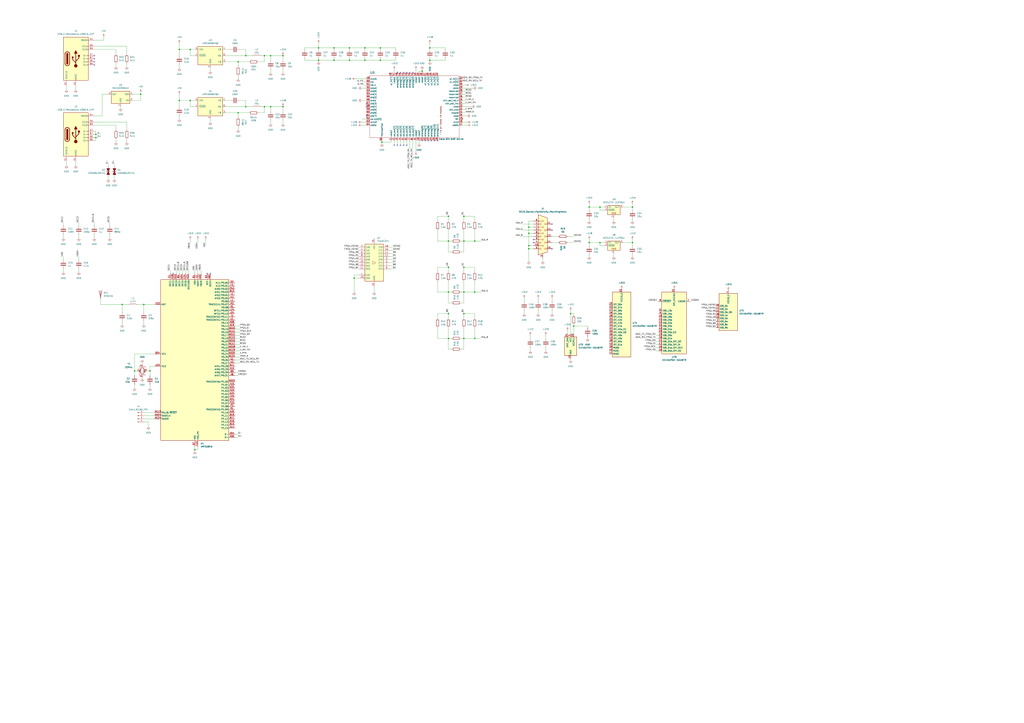
<source format=kicad_sch>
(kicad_sch (version 20250114) (generator "eeschema") (generator_version "9.0")
  (paper "A1")
  (junction (at 147.32 82.55))
  (junction (at 368.3 278.13))
  (junction (at 471.17 267.97))
  (junction (at 389.89 240.03))
  (junction (at 156.21 40.64))
  (junction (at 156.21 82.55))
  (junction (at 381 219.71))
  (junction (at 434.34 204.47))
  (junction (at 274.32 39.37))
  (junction (at 222.25 87.63))
  (junction (at 78.74 113.03))
  (junction (at 519.43 199.39))
  (junction (at 287.02 49.53))
  (junction (at 222.25 45.72))
  (junction (at 381 177.8))
  (junction (at 232.41 45.72))
  (junction (at 115.57 77.47))
  (junction (at 483.87 170.18))
  (junction (at 290.83 228.6))
  (junction (at 274.32 49.53))
  (junction (at 368.3 219.71))
  (junction (at 232.41 87.63))
  (junction (at 195.58 92.71))
  (junction (at 434.34 191.77))
  (junction (at 217.17 87.63))
  (junction (at 389.89 198.12))
  (junction (at 118.11 250.19))
  (junction (at 160.02 369.57))
  (junction (at 381 240.03))
  (junction (at 299.72 49.53))
  (junction (at 201.93 87.63))
  (junction (at 389.89 278.13))
  (junction (at 299.72 39.37))
  (junction (at 368.3 257.81))
  (junction (at 78.74 110.49))
  (junction (at 381 257.81))
  (junction (at 492.76 199.39))
  (junction (at 368.3 198.12))
  (junction (at 434.34 201.93))
  (junction (at 313.69 116.84))
  (junction (at 368.3 177.8))
  (junction (at 353.06 49.53))
  (junction (at 261.62 39.37))
  (junction (at 381 278.13))
  (junction (at 381 198.12))
  (junction (at 519.43 170.18))
  (junction (at 261.62 49.53))
  (junction (at 217.17 45.72))
  (junction (at 201.93 45.72))
  (junction (at 110.49 304.8))
  (junction (at 346.71 58.42))
  (junction (at 195.58 50.8))
  (junction (at 312.42 49.53))
  (junction (at 434.34 186.69))
  (junction (at 353.06 39.37))
  (junction (at 147.32 40.64))
  (junction (at 312.42 39.37))
  (junction (at 468.63 257.81))
  (junction (at 483.87 199.39))
  (junction (at 492.76 170.18))
  (junction (at 368.3 240.03))
  (junction (at 100.33 250.19))
  (junction (at 287.02 39.37))
  (junction (at 123.19 304.8))
  (no_connect (at 331.47 59.69))
  (no_connect (at 300.99 87.63))
  (no_connect (at 453.39 184.15))
  (no_connect (at 331.47 119.38))
  (no_connect (at 326.39 119.38))
  (no_connect (at 346.71 115.57))
  (no_connect (at 300.99 95.25))
  (no_connect (at 328.93 59.69))
  (no_connect (at 334.01 119.38))
  (no_connect (at 77.47 48.26))
  (no_connect (at 323.85 119.38))
  (no_connect (at 170.18 224.79))
  (no_connect (at 328.93 119.38))
  (no_connect (at 334.01 59.69))
  (no_connect (at 77.47 53.34))
  (no_connect (at 453.39 189.23))
  (no_connect (at 356.87 115.57))
  (no_connect (at 339.09 59.69))
  (no_connect (at 300.99 85.09))
  (no_connect (at 336.55 59.69))
  (no_connect (at 349.25 115.57))
  (no_connect (at 351.79 115.57))
  (no_connect (at 438.15 196.85))
  (no_connect (at 453.39 204.47))
  (no_connect (at 77.47 45.72))
  (no_connect (at 354.33 115.57))
  (no_connect (at 359.41 115.57))
  (no_connect (at 77.47 50.8))
  (no_connect (at 142.24 224.79))
  (no_connect (at 326.39 59.69))
  (no_connect (at 172.72 224.79))
  (no_connect (at 438.15 199.39))
  (wire (pts (xy 297.18 100.33) (xy 300.99 100.33)))
  (wire (pts (xy 453.39 255.27) (xy 453.39 257.81)))
  (wire (pts (xy 193.04 293.37) (xy 196.85 293.37)))
  (wire (pts (xy 160.02 45.72) (xy 156.21 45.72)))
  (wire (pts (xy 379.73 69.85) (xy 382.27 69.85)))
  (wire (pts (xy 389.89 278.13) (xy 394.97 278.13)))
  (wire (pts (xy 370.84 248.92) (xy 368.3 248.92)))
  (wire (pts (xy 290.83 226.06) (xy 294.64 226.06)))
  (wire (pts (xy 77.47 95.25) (xy 83.82 95.25)))
  (wire (pts (xy 104.14 52.07) (xy 104.14 54.61)))
  (wire (pts (xy 344.17 59.69) (xy 344.17 58.42)))
  (wire (pts (xy 434.34 204.47) (xy 438.15 204.47)))
  (wire (pts (xy 193.04 275.59) (xy 196.85 275.59)))
  (wire (pts (xy 160.02 369.57) (xy 162.56 369.57)))
  (wire (pts (xy 287.02 39.37) (xy 274.32 39.37)))
  (wire (pts (xy 519.43 180.34) (xy 519.43 181.61)))
  (wire (pts (xy 368.3 177.8) (xy 359.41 177.8)))
  (wire (pts (xy 120.65 304.8) (xy 123.19 304.8)))
  (wire (pts (xy 448.31 275.59) (xy 448.31 278.13)))
  (wire (pts (xy 368.3 256.54) (xy 368.3 257.81)))
  (wire (pts (xy 466.09 194.31) (xy 471.17 194.31)))
  (wire (pts (xy 299.72 39.37) (xy 287.02 39.37)))
  (wire (pts (xy 250.19 48.26) (xy 250.19 49.53)))
  (wire (pts (xy 147.32 53.34) (xy 147.32 55.88)))
  (wire (pts (xy 359.41 177.8) (xy 359.41 181.61)))
  (wire (pts (xy 538.48 285.75) (xy 541.02 285.75)))
  (wire (pts (xy 381 248.92) (xy 381 240.03)))
  (wire (pts (xy 77.47 182.88) (xy 77.47 185.42)))
  (wire (pts (xy 212.09 50.8) (xy 217.17 50.8)))
  (wire (pts (xy 110.49 308.61) (xy 110.49 304.8)))
  (wire (pts (xy 353.06 49.53) (xy 353.06 50.8)))
  (wire (pts (xy 359.41 240.03) (xy 368.3 240.03)))
  (wire (pts (xy 492.76 172.72) (xy 492.76 170.18)))
  (wire (pts (xy 149.86 222.25) (xy 149.86 224.79)))
  (wire (pts (xy 160.02 367.03) (xy 160.02 369.57)))
  (wire (pts (xy 77.47 113.03) (xy 78.74 113.03)))
  (wire (pts (xy 365.76 48.26) (xy 365.76 49.53)))
  (wire (pts (xy 195.58 50.8) (xy 204.47 50.8)))
  (wire (pts (xy 90.17 182.88) (xy 90.17 185.42)))
  (wire (pts (xy 156.21 40.64) (xy 160.02 40.64)))
  (wire (pts (xy 290.83 228.6) (xy 290.83 226.06)))
  (wire (pts (xy 379.73 74.93) (xy 382.27 74.93)))
  (wire (pts (xy 196.85 40.64) (xy 201.93 40.64)))
  (wire (pts (xy 482.6 269.24) (xy 482.6 267.97)))
  (wire (pts (xy 147.32 77.47) (xy 147.32 82.55)))
  (wire (pts (xy 326.39 119.38) (xy 326.39 115.57)))
  (wire (pts (xy 274.32 39.37) (xy 274.32 40.64)))
  (wire (pts (xy 441.96 245.11) (xy 441.96 247.65)))
  (wire (pts (xy 434.34 186.69) (xy 438.15 186.69)))
  (wire (pts (xy 368.3 207.01) (xy 368.3 198.12)))
  (wire (pts (xy 336.55 115.57) (xy 336.55 121.92)))
  (wire (pts (xy 261.62 49.53) (xy 274.32 49.53)))
  (wire (pts (xy 147.32 45.72) (xy 147.32 40.64)))
  (wire (pts (xy 116.84 298.45) (xy 116.84 299.72)))
  (wire (pts (xy 378.46 278.13) (xy 381 278.13)))
  (wire (pts (xy 193.04 273.05) (xy 196.85 273.05)))
  (wire (pts (xy 222.25 57.15) (xy 222.25 59.69)))
  (wire (pts (xy 116.84 309.88) (xy 116.84 311.15)))
  (wire (pts (xy 193.04 290.83) (xy 196.85 290.83)))
  (wire (pts (xy 118.11 250.19) (xy 127 250.19)))
  (wire (pts (xy 320.04 215.9) (xy 322.58 215.9)))
  (wire (pts (xy 566.42 247.65) (xy 567.69 247.65)))
  (wire (pts (xy 193.04 270.51) (xy 196.85 270.51)))
  (wire (pts (xy 250.19 39.37) (xy 261.62 39.37)))
  (wire (pts (xy 321.31 116.84) (xy 313.69 116.84)))
  (wire (pts (xy 201.93 87.63) (xy 207.01 87.63)))
  (wire (pts (xy 341.63 57.15) (xy 341.63 59.69)))
  (wire (pts (xy 104.14 114.3) (xy 104.14 116.84)))
  (wire (pts (xy 312.42 39.37) (xy 312.42 40.64)))
  (wire (pts (xy 100.33 250.19) (xy 100.33 256.54)))
  (wire (pts (xy 287.02 49.53) (xy 299.72 49.53)))
  (wire (pts (xy 232.41 99.06) (xy 232.41 101.6)))
  (wire (pts (xy 368.3 189.23) (xy 368.3 198.12)))
  (wire (pts (xy 320.04 205.74) (xy 322.58 205.74)))
  (wire (pts (xy 123.19 300.99) (xy 123.19 304.8)))
  (wire (pts (xy 378.46 248.92) (xy 381 248.92)))
  (wire (pts (xy 368.3 176.53) (xy 368.3 177.8)))
  (wire (pts (xy 109.22 77.47) (xy 115.57 77.47)))
  (wire (pts (xy 471.17 267.97) (xy 471.17 274.32)))
  (wire (pts (xy 389.89 261.62) (xy 389.89 257.81)))
  (wire (pts (xy 78.74 110.49) (xy 80.01 110.49)))
  (wire (pts (xy 222.25 87.63) (xy 232.41 87.63)))
  (wire (pts (xy 368.3 231.14) (xy 368.3 240.03)))
  (wire (pts (xy 365.76 39.37) (xy 353.06 39.37)))
  (wire (pts (xy 261.62 35.56) (xy 261.62 39.37)))
  (wire (pts (xy 378.46 240.03) (xy 381 240.03)))
  (wire (pts (xy 222.25 45.72) (xy 232.41 45.72)))
  (wire (pts (xy 297.18 97.79) (xy 300.99 97.79)))
  (wire (pts (xy 222.25 87.63) (xy 222.25 91.44)))
  (wire (pts (xy 147.32 95.25) (xy 147.32 97.79)))
  (wire (pts (xy 325.12 40.64) (xy 325.12 39.37)))
  (wire (pts (xy 83.82 77.47) (xy 88.9 77.47)))
  (wire (pts (xy 483.87 180.34) (xy 483.87 181.61)))
  (wire (pts (xy 64.77 210.82) (xy 64.77 213.36)))
  (wire (pts (xy 379.73 100.33) (xy 383.54 100.33)))
  (wire (pts (xy 434.34 201.93) (xy 438.15 201.93)))
  (wire (pts (xy 483.87 167.64) (xy 483.87 170.18)))
  (wire (pts (xy 118.11 339.09) (xy 127 339.09)))
  (wire (pts (xy 54.61 133.35) (xy 54.61 135.89)))
  (wire (pts (xy 121.92 346.71) (xy 118.11 346.71)))
  (wire (pts (xy 217.17 45.72) (xy 222.25 45.72)))
  (wire (pts (xy 368.3 261.62) (xy 368.3 257.81)))
  (wire (pts (xy 471.17 259.08) (xy 471.17 257.81)))
  (wire (pts (xy 162.56 222.25) (xy 162.56 224.79)))
  (wire (pts (xy 64.77 193.04) (xy 64.77 195.58)))
  (wire (pts (xy 54.61 71.12) (xy 54.61 73.66)))
  (wire (pts (xy 359.41 189.23) (xy 359.41 198.12)))
  (wire (pts (xy 381 198.12) (xy 381 189.23)))
  (wire (pts (xy 185.42 82.55) (xy 189.23 82.55)))
  (wire (pts (xy 312.42 39.37) (xy 299.72 39.37)))
  (wire (pts (xy 290.83 240.03) (xy 290.83 228.6)))
  (wire (pts (xy 323.85 119.38) (xy 323.85 115.57)))
  (wire (pts (xy 389.89 219.71) (xy 381 219.71)))
  (wire (pts (xy 52.07 182.88) (xy 52.07 185.42)))
  (wire (pts (xy 368.3 240.03) (xy 370.84 240.03)))
  (wire (pts (xy 195.58 104.14) (xy 195.58 106.68)))
  (wire (pts (xy 445.77 212.09) (xy 445.77 214.63)))
  (wire (pts (xy 359.41 198.12) (xy 368.3 198.12)))
  (wire (pts (xy 77.47 193.04) (xy 77.47 195.58)))
  (wire (pts (xy 482.6 267.97) (xy 471.17 267.97)))
  (wire (pts (xy 95.25 102.87) (xy 95.25 106.68)))
  (wire (pts (xy 368.3 198.12) (xy 370.84 198.12)))
  (wire (pts (xy 77.47 107.95) (xy 78.74 107.95)))
  (wire (pts (xy 359.41 278.13) (xy 368.3 278.13)))
  (wire (pts (xy 115.57 77.47) (xy 115.57 82.55)))
  (wire (pts (xy 123.19 316.23) (xy 123.19 318.77)))
  (wire (pts (xy 519.43 196.85) (xy 519.43 199.39)))
  (wire (pts (xy 52.07 193.04) (xy 52.07 195.58)))
  (wire (pts (xy 483.87 172.72) (xy 483.87 170.18)))
  (wire (pts (xy 370.84 207.01) (xy 368.3 207.01)))
  (wire (pts (xy 88.9 144.78) (xy 88.9 147.32)))
  (wire (pts (xy 378.46 198.12) (xy 381 198.12)))
  (wire (pts (xy 492.76 199.39) (xy 496.57 199.39)))
  (wire (pts (xy 307.34 236.22) (xy 307.34 240.03)))
  (wire (pts (xy 222.25 45.72) (xy 222.25 49.53)))
  (wire (pts (xy 156.21 45.72) (xy 156.21 40.64)))
  (wire (pts (xy 217.17 92.71) (xy 217.17 87.63)))
  (wire (pts (xy 430.53 255.27) (xy 430.53 257.81)))
  (wire (pts (xy 368.3 181.61) (xy 368.3 177.8)))
  (wire (pts (xy 185.42 87.63) (xy 201.93 87.63)))
  (wire (pts (xy 368.3 219.71) (xy 359.41 219.71)))
  (wire (pts (xy 62.23 133.35) (xy 62.23 135.89)))
  (wire (pts (xy 201.93 82.55) (xy 201.93 87.63)))
  (wire (pts (xy 297.18 72.39) (xy 300.99 72.39)))
  (wire (pts (xy 359.41 231.14) (xy 359.41 240.03)))
  (wire (pts (xy 201.93 40.64) (xy 201.93 45.72)))
  (wire (pts (xy 147.32 222.25) (xy 147.32 224.79)))
  (wire (pts (xy 434.34 181.61) (xy 434.34 186.69)))
  (wire (pts (xy 139.7 222.25) (xy 139.7 224.79)))
  (wire (pts (xy 331.47 119.38) (xy 331.47 115.57)))
  (wire (pts (xy 95.25 114.3) (xy 95.25 116.84)))
  (wire (pts (xy 82.55 246.38) (xy 82.55 250.19)))
  (wire (pts (xy 118.11 264.16) (xy 118.11 266.7)))
  (wire (pts (xy 195.58 62.23) (xy 195.58 64.77)))
  (wire (pts (xy 99.06 87.63) (xy 99.06 88.9)))
  (wire (pts (xy 368.3 218.44) (xy 368.3 219.71)))
  (wire (pts (xy 217.17 87.63) (xy 222.25 87.63)))
  (wire (pts (xy 334.01 119.38) (xy 334.01 115.57)))
  (wire (pts (xy 389.89 189.23) (xy 389.89 198.12)))
  (wire (pts (xy 299.72 49.53) (xy 312.42 49.53)))
  (wire (pts (xy 453.39 245.11) (xy 453.39 247.65)))
  (wire (pts (xy 193.04 295.91) (xy 196.85 295.91)))
  (wire (pts (xy 78.74 115.57) (xy 78.74 113.03)))
  (wire (pts (xy 483.87 196.85) (xy 483.87 199.39)))
  (wire (pts (xy 466.09 271.78) (xy 466.09 274.32)))
  (wire (pts (xy 389.89 269.24) (xy 389.89 278.13)))
  (wire (pts (xy 448.31 285.75) (xy 448.31 288.29)))
  (wire (pts (xy 195.58 92.71) (xy 195.58 96.52)))
  (wire (pts (xy 78.74 113.03) (xy 80.01 113.03)))
  (wire (pts (xy 504.19 208.28) (xy 504.19 210.82)))
  (wire (pts (xy 77.47 115.57) (xy 78.74 115.57)))
  (wire (pts (xy 147.32 82.55) (xy 156.21 82.55)))
  (wire (pts (xy 147.32 35.56) (xy 147.32 40.64)))
  (wire (pts (xy 152.4 222.25) (xy 152.4 224.79)))
  (wire (pts (xy 368.3 287.02) (xy 368.3 278.13)))
  (wire (pts (xy 313.69 116.84) (xy 313.69 118.11)))
  (wire (pts (xy 379.73 72.39) (xy 388.62 72.39)))
  (wire (pts (xy 77.47 110.49) (xy 78.74 110.49)))
  (wire (pts (xy 434.34 186.69) (xy 434.34 191.77)))
  (wire (pts (xy 483.87 209.55) (xy 483.87 210.82)))
  (wire (pts (xy 325.12 39.37) (xy 312.42 39.37)))
  (wire (pts (xy 381 218.44) (xy 381 219.71)))
  (wire (pts (xy 165.1 222.25) (xy 165.1 224.79)))
  (wire (pts (xy 250.19 49.53) (xy 261.62 49.53)))
  (wire (pts (xy 353.06 48.26) (xy 353.06 49.53)))
  (wire (pts (xy 381 219.71) (xy 381 223.52)))
  (wire (pts (xy 538.48 278.13) (xy 541.02 278.13)))
  (wire (pts (xy 482.6 276.86) (xy 482.6 278.13)))
  (wire (pts (xy 93.98 144.78) (xy 93.98 147.32)))
  (wire (pts (xy 156.21 196.85) (xy 156.21 199.39)))
  (wire (pts (xy 64.77 220.98) (xy 64.77 223.52)))
  (wire (pts (xy 368.3 257.81) (xy 359.41 257.81)))
  (wire (pts (xy 88.9 134.62) (xy 88.9 137.16)))
  (wire (pts (xy 313.69 115.57) (xy 313.69 116.84)))
  (wire (pts (xy 359.41 269.24) (xy 359.41 278.13)))
  (wire (pts (xy 193.04 283.21) (xy 196.85 283.21)))
  (wire (pts (xy 156.21 82.55) (xy 160.02 82.55)))
  (wire (pts (xy 483.87 201.93) (xy 483.87 199.39)))
  (wire (pts (xy 193.04 356.87) (xy 195.58 356.87)))
  (wire (pts (xy 185.42 50.8) (xy 195.58 50.8)))
  (wire (pts (xy 321.31 115.57) (xy 321.31 116.84)))
  (wire (pts (xy 519.43 199.39) (xy 519.43 201.93)))
  (wire (pts (xy 95.25 40.64) (xy 95.25 44.45)))
  (wire (pts (xy 344.17 58.42) (xy 346.71 58.42)))
  (wire (pts (xy 118.11 344.17) (xy 127 344.17)))
  (wire (pts (xy 389.89 223.52) (xy 389.89 219.71)))
  (wire (pts (xy 83.82 95.25) (xy 83.82 77.47)))
  (wire (pts (xy 52.07 220.98) (xy 52.07 223.52)))
  (wire (pts (xy 389.89 198.12) (xy 394.97 198.12)))
  (wire (pts (xy 274.32 49.53) (xy 287.02 49.53)))
  (wire (pts (xy 519.43 170.18) (xy 519.43 172.72)))
  (wire (pts (xy 379.73 80.01) (xy 382.27 80.01)))
  (wire (pts (xy 471.17 266.7) (xy 471.17 267.97)))
  (wire (pts (xy 359.41 257.81) (xy 359.41 261.62)))
  (wire (pts (xy 77.47 40.64) (xy 95.25 40.64)))
  (wire (pts (xy 287.02 48.26) (xy 287.02 49.53)))
  (wire (pts (xy 346.71 57.15) (xy 346.71 58.42)))
  (wire (pts (xy 290.83 228.6) (xy 294.64 228.6)))
  (wire (pts (xy 381 287.02) (xy 381 278.13)))
  (wire (pts (xy 121.92 350.52) (xy 121.92 346.71)))
  (wire (pts (xy 389.89 177.8) (xy 381 177.8)))
  (wire (pts (xy 123.19 300.99) (xy 127 300.99)))
  (wire (pts (xy 389.89 240.03) (xy 381 240.03)))
  (wire (pts (xy 222.25 99.06) (xy 222.25 101.6)))
  (wire (pts (xy 320.04 220.98) (xy 322.58 220.98)))
  (wire (pts (xy 193.04 288.29) (xy 196.85 288.29)))
  (wire (pts (xy 378.46 287.02) (xy 381 287.02)))
  (wire (pts (xy 379.73 77.47) (xy 382.27 77.47)))
  (wire (pts (xy 172.72 55.88) (xy 172.72 58.42)))
  (wire (pts (xy 381 256.54) (xy 381 257.81)))
  (wire (pts (xy 147.32 87.63) (xy 147.32 82.55)))
  (wire (pts (xy 538.48 283.21) (xy 541.02 283.21)))
  (wire (pts (xy 212.09 92.71) (xy 217.17 92.71)))
  (wire (pts (xy 160.02 222.25) (xy 160.02 224.79)))
  (wire (pts (xy 430.53 245.11) (xy 430.53 247.65)))
  (wire (pts (xy 429.26 194.31) (xy 438.15 194.31)))
  (wire (pts (xy 115.57 76.2) (xy 115.57 77.47)))
  (wire (pts (xy 93.98 134.62) (xy 93.98 137.16)))
  (wire (pts (xy 232.41 87.63) (xy 232.41 91.44)))
  (wire (pts (xy 496.57 201.93) (xy 492.76 201.93)))
  (wire (pts (xy 468.63 294.64) (xy 468.63 295.91)))
  (wire (pts (xy 156.21 87.63) (xy 156.21 82.55)))
  (wire (pts (xy 381 278.13) (xy 381 269.24)))
  (wire (pts (xy 389.89 198.12) (xy 381 198.12)))
  (wire (pts (xy 381 257.81) (xy 381 261.62)))
  (wire (pts (xy 471.17 257.81) (xy 468.63 257.81)))
  (wire (pts (xy 379.73 87.63) (xy 387.35 87.63)))
  (wire (pts (xy 538.48 280.67) (xy 541.02 280.67)))
  (wire (pts (xy 195.58 50.8) (xy 195.58 54.61)))
  (wire (pts (xy 95.25 52.07) (xy 95.25 54.61)))
  (wire (pts (xy 441.96 255.27) (xy 441.96 257.81)))
  (wire (pts (xy 538.48 275.59) (xy 541.02 275.59)))
  (wire (pts (xy 379.73 90.17) (xy 382.27 90.17)))
  (wire (pts (xy 299.72 48.26) (xy 299.72 49.53)))
  (wire (pts (xy 297.18 102.87) (xy 300.99 102.87)))
  (wire (pts (xy 504.19 179.07) (xy 504.19 181.61)))
  (wire (pts (xy 389.89 181.61) (xy 389.89 177.8)))
  (wire (pts (xy 104.14 38.1) (xy 104.14 44.45)))
  (wire (pts (xy 77.47 100.33) (xy 104.14 100.33)))
  (wire (pts (xy 496.57 172.72) (xy 492.76 172.72)))
  (wire (pts (xy 435.61 275.59) (xy 435.61 278.13)))
  (wire (pts (xy 379.73 92.71) (xy 382.27 92.71)))
  (wire (pts (xy 370.84 287.02) (xy 368.3 287.02)))
  (wire (pts (xy 77.47 38.1) (xy 104.14 38.1)))
  (wire (pts (xy 232.41 45.72) (xy 232.41 49.53)))
  (wire (pts (xy 381 176.53) (xy 381 177.8)))
  (wire (pts (xy 77.47 102.87) (xy 95.25 102.87)))
  (wire (pts (xy 381 240.03) (xy 381 231.14)))
  (wire (pts (xy 196.85 82.55) (xy 201.93 82.55)))
  (wire (pts (xy 312.42 49.53) (xy 325.12 49.53)))
  (wire (pts (xy 341.63 115.57) (xy 341.63 124.46)))
  (wire (pts (xy 339.09 115.57) (xy 339.09 121.92)))
  (wire (pts (xy 519.43 167.64) (xy 519.43 170.18)))
  (wire (pts (xy 172.72 97.79) (xy 172.72 100.33)))
  (wire (pts (xy 144.78 222.25) (xy 144.78 224.79)))
  (wire (pts (xy 195.58 92.71) (xy 204.47 92.71)))
  (wire (pts (xy 104.14 100.33) (xy 104.14 106.68)))
  (wire (pts (xy 193.04 278.13) (xy 196.85 278.13)))
  (wire (pts (xy 105.41 250.19) (xy 100.33 250.19)))
  (wire (pts (xy 193.04 267.97) (xy 196.85 267.97)))
  (wire (pts (xy 539.75 247.65) (xy 541.02 247.65)))
  (wire (pts (xy 320.04 218.44) (xy 322.58 218.44)))
  (wire (pts (xy 52.07 210.82) (xy 52.07 213.36)))
  (wire (pts (xy 185.42 40.64) (xy 189.23 40.64)))
  (wire (pts (xy 110.49 304.8) (xy 113.03 304.8)))
  (wire (pts (xy 193.04 298.45) (xy 196.85 298.45)))
  (wire (pts (xy 365.76 40.64) (xy 365.76 39.37)))
  (wire (pts (xy 113.03 250.19) (xy 118.11 250.19)))
  (wire (pts (xy 292.1 64.77) (xy 300.99 64.77)))
  (wire (pts (xy 147.32 40.64) (xy 156.21 40.64)))
  (wire (pts (xy 214.63 45.72) (xy 217.17 45.72)))
  (wire (pts (xy 389.89 240.03) (xy 394.97 240.03)))
  (wire (pts (xy 379.73 85.09) (xy 382.27 85.09)))
  (wire (pts (xy 389.89 231.14) (xy 389.89 240.03)))
  (wire (pts (xy 78.74 107.95) (xy 78.74 110.49)))
  (wire (pts (xy 429.26 189.23) (xy 438.15 189.23)))
  (wire (pts (xy 100.33 264.16) (xy 100.33 266.7)))
  (wire (pts (xy 468.63 255.27) (xy 468.63 257.81)))
  (wire (pts (xy 368.3 278.13) (xy 370.84 278.13)))
  (wire (pts (xy 492.76 170.18) (xy 496.57 170.18)))
  (wire (pts (xy 359.41 219.71) (xy 359.41 223.52)))
  (wire (pts (xy 453.39 194.31) (xy 458.47 194.31)))
  (wire (pts (xy 353.06 39.37) (xy 353.06 40.64)))
  (wire (pts (xy 435.61 285.75) (xy 435.61 288.29)))
  (wire (pts (xy 299.72 39.37) (xy 299.72 40.64)))
  (wire (pts (xy 438.15 181.61) (xy 434.34 181.61)))
  (wire (pts (xy 389.89 278.13) (xy 381 278.13)))
  (wire (pts (xy 326.39 59.69) (xy 326.39 58.42)))
  (wire (pts (xy 453.39 199.39) (xy 458.47 199.39)))
  (wire (pts (xy 381 207.01) (xy 381 198.12)))
  (wire (pts (xy 320.04 213.36) (xy 322.58 213.36)))
  (wire (pts (xy 466.09 199.39) (xy 471.17 199.39)))
  (wire (pts (xy 168.91 196.85) (xy 168.91 199.39)))
  (wire (pts (xy 261.62 39.37) (xy 274.32 39.37)))
  (wire (pts (xy 201.93 45.72) (xy 207.01 45.72)))
  (wire (pts (xy 193.04 280.67) (xy 196.85 280.67)))
  (wire (pts (xy 519.43 170.18) (xy 511.81 170.18)))
  (wire (pts (xy 217.17 50.8) (xy 217.17 45.72)))
  (wire (pts (xy 492.76 201.93) (xy 492.76 199.39)))
  (wire (pts (xy 232.41 57.15) (xy 232.41 59.69)))
  (wire (pts (xy 323.85 57.15) (xy 323.85 59.69)))
  (wire (pts (xy 297.18 82.55) (xy 300.99 82.55)))
  (wire (pts (xy 381 177.8) (xy 381 181.61)))
  (wire (pts (xy 85.09 30.48) (xy 85.09 33.02)))
  (wire (pts (xy 287.02 39.37) (xy 287.02 40.64)))
  (wire (pts (xy 346.71 58.42) (xy 346.71 59.69)))
  (wire (pts (xy 185.42 45.72) (xy 201.93 45.72)))
  (wire (pts (xy 368.3 223.52) (xy 368.3 219.71)))
  (wire (pts (xy 110.49 290.83) (xy 127 290.83)))
  (wire (pts (xy 519.43 209.55) (xy 519.43 210.82)))
  (wire (pts (xy 379.73 95.25) (xy 383.54 95.25)))
  (wire (pts (xy 434.34 204.47) (xy 434.34 201.93)))
  (wire (pts (xy 353.06 49.53) (xy 365.76 49.53)))
  (wire (pts (xy 434.34 214.63) (xy 434.34 204.47)))
  (wire (pts (xy 110.49 290.83) (xy 110.49 304.8)))
  (wire (pts (xy 82.55 250.19) (xy 100.33 250.19)))
  (wire (pts (xy 320.04 203.2) (xy 322.58 203.2)))
  (wire (pts (xy 325.12 48.26) (xy 325.12 49.53)))
  (wire (pts (xy 298.45 67.31) (xy 300.99 67.31)))
  (wire (pts (xy 378.46 207.01) (xy 381 207.01)))
  (wire (pts (xy 193.04 308.61) (xy 195.58 308.61)))
  (wire (pts (xy 298.45 69.85) (xy 300.99 69.85)))
  (wire (pts (xy 62.23 71.12) (xy 62.23 73.66)))
  (wire (pts (xy 118.11 256.54) (xy 118.11 250.19)))
  (wire (pts (xy 110.49 316.23) (xy 110.49 318.77)))
  (wire (pts (xy 162.56 369.57) (xy 162.56 367.03)))
  (wire (pts (xy 160.02 370.84) (xy 160.02 369.57)))
  (wire (pts (xy 538.48 288.29) (xy 541.02 288.29)))
  (wire (pts (xy 64.77 182.88) (xy 64.77 185.42)))
  (wire (pts (xy 193.04 359.41) (xy 195.58 359.41)))
  (wire (pts (xy 185.42 92.71) (xy 195.58 92.71)))
  (wire (pts (xy 434.34 191.77) (xy 434.34 201.93)))
  (wire (pts (xy 312.42 48.26) (xy 312.42 49.53)))
  (wire (pts (xy 429.26 184.15) (xy 438.15 184.15)))
  (wire (pts (xy 379.73 102.87) (xy 383.54 102.87)))
  (wire (pts (xy 274.32 48.26) (xy 274.32 49.53)))
  (wire (pts (xy 261.62 49.53) (xy 261.62 50.8)))
  (wire (pts (xy 261.62 48.26) (xy 261.62 49.53)))
  (wire (pts (xy 162.56 196.85) (xy 162.56 199.39)))
  (wire (pts (xy 115.57 82.55) (xy 109.22 82.55)))
  (wire (pts (xy 483.87 199.39) (xy 492.76 199.39)))
  (wire (pts (xy 379.73 82.55) (xy 382.27 82.55)))
  (wire (pts (xy 344.17 115.57) (xy 344.17 118.11)))
  (wire (pts (xy 193.04 306.07) (xy 195.58 306.07)))
  (wire (pts (xy 434.34 191.77) (xy 438.15 191.77)))
  (wire (pts (xy 389.89 257.81) (xy 381 257.81)))
  (wire (pts (xy 320.04 210.82) (xy 322.58 210.82)))
  (wire (pts (xy 328.93 119.38) (xy 328.93 115.57)))
  (wire (pts (xy 160.02 87.63) (xy 156.21 87.63)))
  (wire (pts (xy 483.87 170.18) (xy 492.76 170.18)))
  (wire (pts (xy 154.94 222.25) (xy 154.94 224.79)))
  (wire (pts (xy 261.62 39.37) (xy 261.62 40.64)))
  (wire (pts (xy 85.09 33.02) (xy 77.47 33.02)))
  (wire (pts (xy 123.19 304.8) (xy 123.19 308.61)))
  (wire (pts (xy 368.3 269.24) (xy 368.3 278.13)))
  (wire (pts (xy 118.11 341.63) (xy 127 341.63)))
  (wire (pts (xy 353.06 35.56) (xy 353.06 39.37)))
  (wire (pts (xy 320.04 208.28) (xy 322.58 208.28)))
  (wire (pts (xy 90.17 193.04) (xy 90.17 195.58)))
  (wire (pts (xy 468.63 257.81) (xy 468.63 274.32)))
  (wire (pts (xy 368.3 248.92) (xy 368.3 240.03)))
  (wire (pts (xy 250.19 40.64) (xy 250.19 39.37)))
  (wire (pts (xy 519.43 199.39) (xy 511.81 199.39)))
  (wire (pts (xy 214.63 87.63) (xy 217.17 87.63)))
  (wire (pts (xy 193.04 285.75) (xy 196.85 285.75)))
  (label "VGA_G" (at 394.97 240.03 0))
  (label "DEC1" (at 139.7 222.25 90))
  (label "B0" (at 322.58 218.44 0))
  (label "HSYNC" (at 322.58 203.2 0))
  (label "R1" (at 381 176.53 90))
  (label "ASIC_TX_FPGA_RX" (at 538.48 275.59 180))
  (label "VGA_B" (at 394.97 278.13 0))
  (label "reset_b" (at 382.27 92.71 0))
  (label "DEC4_6" (at 152.4 222.25 90))
  (label "FPGA_SI" (at 196.85 270.51 0))
  (label "FPGA_VSYNC" (at 294.64 205.74 180))
  (label "RES2" (at 382.27 74.93 0))
  (label "DEC4_6" (at 77.47 182.88 90))
  (label "FPGA_R0" (at 294.64 208.28 180))
  (label "DECUSB" (at 154.94 222.25 90))
  (label "FPGA_HSYNC" (at 588.01 251.46 180))
  (label "G0" (at 368.3 218.44 90))
  (label "RES1" (at 196.85 280.67 0))
  (label "DEC5" (at 149.86 222.25 90))
  (label "VSYNC" (at 322.58 205.74 0))
  (label "VGA_B" (at 429.26 194.31 180))
  (label "FPGA_SCK" (at 196.85 273.05 0))
  (label "DEC1" (at 52.07 182.88 90))
  (label "FPGA_B1" (at 294.64 220.98 180))
  (label "ASIC_TX_MCU_RX" (at 339.09 121.92 270))
  (label "HSYNC" (at 471.17 194.31 0))
  (label "p_rst" (at 298.45 69.85 180))
  (label "D+" (at 93.98 134.62 90))
  (label "FPGA_B1" (at 588.01 269.24 180))
  (label "CRESET" (at 195.58 308.61 0))
  (label "ASIC_RX_FPGA_TX" (at 538.48 278.13 180))
  (label "FPGA_SCK" (at 538.48 285.75 180))
  (label "D+" (at 195.58 359.41 0))
  (label "CRESET" (at 539.75 247.65 180))
  (label "c_rst_n" (at 196.85 285.75 0))
  (label "FPGA_SI" (at 538.48 283.21 180))
  (label "R0" (at 368.3 176.53 90))
  (label "VDDH" (at 162.56 222.25 90))
  (label "RES2" (at 196.85 278.13 0))
  (label "c_sel_inc" (at 196.85 288.29 0))
  (label "VDD" (at 160.02 222.25 90))
  (label "c_sel_inc" (at 382.27 85.09 0))
  (label "B1" (at 381 256.54 90))
  (label "c_ena" (at 382.27 90.17 0))
  (label "RES0" (at 382.27 80.01 0))
  (label "R1" (at 322.58 210.82 0))
  (label "ASIC_RX_FPGA_TX" (at 379.73 64.77 0))
  (label "CDONE" (at 567.69 247.65 0))
  (label "G1" (at 322.58 215.9 0))
  (label "B1" (at 322.58 220.98 0))
  (label "FPGA_SO" (at 538.48 280.67 180))
  (label "VDD" (at 52.07 210.82 90))
  (label "R0" (at 322.58 208.28 0))
  (label "B0" (at 368.3 256.54 90))
  (label "c_rst_n" (at 382.27 82.55 0))
  (label "VBUS" (at 156.21 199.39 270))
  (label "FPGA_R1" (at 588.01 259.08 180))
  (label "G0" (at 322.58 213.36 0))
  (label "D-" (at 195.58 356.87 0))
  (label "FPGA_SS" (at 196.85 275.59 0))
  (label "FPGA_B0" (at 294.64 218.44 180))
  (label "D-" (at 88.9 134.62 90))
  (label "FPGA_SO" (at 196.85 267.97 0))
  (label "FPGA_R1" (at 294.64 210.82 180))
  (label "D+" (at 80.01 113.03 0))
  (label "FPGA_G1" (at 588.01 264.16 180))
  (label "VSYNC" (at 471.17 199.39 0))
  (label "VBUS" (at 165.1 222.25 90))
  (label "reset_b" (at 196.85 293.37 0))
  (label "p_clk" (at 298.45 67.31 180))
  (label "FPGA_G1" (at 294.64 215.9 180))
  (label "CDONE" (at 195.58 306.07 0))
  (label "ASIC_TX_FPGA_RX" (at 336.55 121.92 270))
  (label "RES1" (at 382.27 77.47 0))
  (label "ASIC_TX_MCU_RX" (at 196.85 295.91 0))
  (label "FPGA_R0" (at 588.01 256.54 180))
  (label "ASIC_RX_MCU_TX" (at 379.73 67.31 0))
  (label "FPGA_G0" (at 588.01 261.62 180))
  (label "FPGA_HSYNC" (at 294.64 203.2 180))
  (label "FPGA_VSYNC" (at 588.01 254 180))
  (label "VDDH" (at 162.56 199.39 270))
  (label "VGA_R" (at 429.26 184.15 180))
  (label "FPGA_G0" (at 294.64 213.36 180))
  (label "VGA_R" (at 394.97 198.12 0))
  (label "FPGA_B0" (at 588.01 266.7 180))
  (label "VDD" (at 168.91 199.39 270))
  (label "FPGA_SS" (at 538.48 288.29 180))
  (label "VGA_G" (at 429.26 189.23 180))
  (label "D-" (at 80.01 110.49 0))
  (label "VDDH" (at 64.77 210.82 90))
  (label "G1" (at 381 218.44 90))
  (label "DEC5" (at 90.17 182.88 90))
  (label "DEC3" (at 144.78 222.25 90))
  (label "c_ena" (at 196.85 290.83 0))
  (label "RES0" (at 196.85 283.21 0))
  (label "ASIC_RX_MCU_TX" (at 196.85 298.45 0))
  (label "DEC4_6" (at 147.32 222.25 90))
  (label "DEC3" (at 64.77 182.88 90))
  (symbol (lib_id "power:GND") (at 54.61 135.89 0) (unit 1)
    (property "Reference" "#PWR017" (effects (hide yes)))
    (property "Value" "GND" (at 54.61 140.97 0))
    (property "Description" "Power symbol creates a global label with name \"GND\" , ground" (effects (hide yes)))
  )
  (symbol (lib_id "power:+3V3") (at 232.41 87.63 0) (unit 1)
    (property "Reference" "#PWR055" (effects (hide yes)))
    (property "Value" "+1V8" (at 232.41 82.55 0))
    (property "Description" "Power symbol creates a global label with name \"+3V3\"" (effects (hide yes)))
  )
  (symbol (lib_id "Device:R") (at 195.58 58.42 0) (unit 1)
    (property "Reference" "R22" (at 201.93 58.42 90))
    (property "Value" "30.1k" (at 199.39 58.42 90))
    (property "Footprint" "Resistor_SMD:R_0402_1005Metric" (effects (hide yes)))
    (property "Description" "Resistor" (effects (hide yes)))
  )
  (symbol (lib_id "power:+3V3") (at 261.62 35.56 0) (mirror y) (unit 1)
    (property "Reference" "#PWR062" (effects (hide yes)))
    (property "Value" "+3V3" (at 261.6201 31.75 90) (effects (justify left)))
    (property "Description" "Power symbol creates a global label with name \"+3V3\"" (effects (hide yes)))
  )
  (symbol (lib_id "Device:C") (at 325.12 44.45 0) (unit 1)
    (property "Reference" "C26" (at 328.93 43.1799 0) (effects (justify left)))
    (property "Value" "1u" (at 328.93 45.7199 0) (effects (justify left)))
    (property "Footprint" "Capacitor_SMD:C_0402_1005Metric" (effects (hide yes)))
    (property "Description" "Unpolarized capacitor" (effects (hide yes)))
  )
  (symbol (lib_id "power:GND") (at 118.11 266.7 0) (unit 1)
    (property "Reference" "#PWR08" (effects (hide yes)))
    (property "Value" "GND" (at 118.11 271.78 0))
    (property "Description" "Power symbol creates a global label with name \"GND\" , ground" (effects (hide yes)))
  )
  (symbol (lib_id "Device:C") (at 261.62 44.45 0) (unit 1)
    (property "Reference" "C27" (at 265.43 43.1799 0) (effects (justify left)))
    (property "Value" "1u" (at 265.43 45.7199 0) (effects (justify left)))
    (property "Footprint" "Capacitor_SMD:C_0402_1005Metric" (effects (hide yes)))
    (property "Description" "Unpolarized capacitor" (effects (hide yes)))
  )
  (symbol (lib_id "power:+3V3") (at 510.54 237.49 0) (unit 1)
    (property "Reference" "#PWR081" (effects (hide yes)))
    (property "Value" "+3V3" (at 510.54 232.41 0))
    (property "Description" "Power symbol creates a global label with name \"+3V3\"" (effects (hide yes)))
  )
  (symbol (lib_id "power:+3V3") (at 323.85 57.15 0) (unit 1)
    (property "Reference" "#PWR095" (effects (hide yes)))
    (property "Value" "+3V3" (at 323.85 52.07 0))
    (property "Description" "Power symbol creates a global label with name \"+3V3\"" (effects (hide yes)))
  )
  (symbol (lib_id "power:+3V3") (at 382.27 69.85 270) (unit 1)
    (property "Reference" "#PWR047" (effects (hide yes)))
    (property "Value" "+3V3" (at 386.08 69.8499 90) (effects (justify left)))
    (property "Description" "Power symbol creates a global label with name \"+3V3\"" (effects (hide yes)))
  )
  (symbol (lib_id "Device:R") (at 374.65 248.92 90) (unit 1)
    (property "Reference" "R10" (at 373.3799 246.38 0) (effects (justify left)))
    (property "Value" "1.5k" (at 375.9199 246.38 0) (effects (justify left)))
    (property "Footprint" "Resistor_SMD:R_0402_1005Metric" (effects (hide yes)))
    (property "Description" "Resistor" (effects (hide yes)))
  )
  (symbol (lib_id "power:GND") (at 123.19 318.77 0) (unit 1)
    (property "Reference" "#PWR03" (effects (hide yes)))
    (property "Value" "GND" (at 123.19 323.85 0))
    (property "Description" "Power symbol creates a global label with name \"GND\" , ground" (effects (hide yes)))
  )
  (symbol (lib_id "power:GND") (at 52.07 223.52 0) (unit 1)
    (property "Reference" "#PWR035" (effects (hide yes)))
    (property "Value" "GND" (at 52.07 228.6 0))
    (property "Description" "Power symbol creates a global label with name \"GND\" , ground" (effects (hide yes)))
  )
  (symbol (lib_id "Device:C") (at 287.02 44.45 0) (unit 1)
    (property "Reference" "C23" (at 290.83 43.1799 0) (effects (justify left)))
    (property "Value" "1u" (at 290.83 45.7199 0) (effects (justify left)))
    (property "Footprint" "Capacitor_SMD:C_0402_1005Metric" (effects (hide yes)))
    (property "Description" "Unpolarized capacitor" (effects (hide yes)))
  )
  (symbol (lib_id "power:GND") (at 62.23 135.89 0) (unit 1)
    (property "Reference" "#PWR018" (effects (hide yes)))
    (property "Value" "GND" (at 62.23 140.97 0))
    (property "Description" "Power symbol creates a global label with name \"GND\" , ground" (effects (hide yes)))
  )
  (symbol (lib_id "power:GND") (at 147.32 97.79 0) (unit 1)
    (property "Reference" "#PWR051" (effects (hide yes)))
    (property "Value" "GND" (at 147.32 102.87 0))
    (property "Description" "Power symbol creates a global label with name \"GND\" , ground" (effects (hide yes)))
  )
  (symbol (lib_id "Device:C") (at 147.32 49.53 180) (unit 1)
    (property "Reference" "C10" (at 151.13 48.2599 0) (effects (justify right)))
    (property "Value" "2.2u" (at 151.13 50.7999 0) (effects (justify right)))
    (property "Footprint" "Capacitor_SMD:C_0603_1608Metric" (effects (hide yes)))
    (property "Description" "Unpolarized capacitor" (effects (hide yes)))
  )
  (symbol (lib_id "power:GND") (at 104.14 116.84 0) (unit 1)
    (property "Reference" "#PWR026" (effects (hide yes)))
    (property "Value" "GND" (at 104.14 121.92 0))
    (property "Description" "Power symbol creates a global label with name \"GND\" , ground" (effects (hide yes)))
  )
  (symbol (lib_id "Device:R") (at 359.41 227.33 0) (unit 1)
    (property "Reference" "R7" (at 361.95 226.0599 0) (effects (justify left)))
    (property "Value" "1.5k" (at 361.95 228.5999 0) (effects (justify left)))
    (property "Footprint" "Resistor_SMD:R_0402_1005Metric" (effects (hide yes)))
    (property "Description" "Resistor" (effects (hide yes)))
  )
  (symbol (lib_id "Device:C") (at 519.43 176.53 180) (unit 1)
    (property "Reference" "C34" (at 523.24 175.2599 0) (effects (justify right)))
    (property "Value" "10u" (at 523.24 177.7999 0) (effects (justify right)))
    (property "Footprint" "Capacitor_SMD:C_0603_1608Metric" (effects (hide yes)))
    (property "Description" "Unpolarized capacitor" (effects (hide yes)))
  )
  (symbol (lib_id "power:GND") (at 99.06 88.9 0) (unit 1)
    (property "Reference" "#PWR027" (effects (hide yes)))
    (property "Value" "GND" (at 99.06 93.98 0))
    (property "Description" "Power symbol creates a global label with name \"GND\" , ground" (effects (hide yes)))
  )
  (symbol (lib_id "Device:C") (at 232.41 53.34 180) (unit 1)
    (property "Reference" "C9" (at 236.22 52.0699 0) (effects (justify right)))
    (property "Value" "10u" (at 236.22 54.6099 0) (effects (justify right)))
    (property "Footprint" "Capacitor_SMD:C_0603_1608Metric" (effects (hide yes)))
    (property "Description" "Unpolarized capacitor" (effects (hide yes)))
  )
  (symbol (lib_id "power:+3V3") (at 297.18 102.87 90) (mirror x) (unit 1)
    (property "Reference" "#PWR060" (effects (hide yes)))
    (property "Value" "+3V3" (at 293.37 102.8699 90) (effects (justify left)))
    (property "Description" "Power symbol creates a global label with name \"+3V3\"" (effects (hide yes)))
  )
  (symbol (lib_id "power:GND") (at 482.6 278.13 0) (unit 1)
    (property "Reference" "#PWR080" (effects (hide yes)))
    (property "Value" "GND" (at 482.6 283.21 0))
    (property "Description" "Power symbol creates a global label with name \"GND\" , ground" (effects (hide yes)))
  )
  (symbol (lib_id "Device:R") (at 368.3 227.33 0) (unit 1)
    (property "Reference" "R8" (at 370.84 226.0599 0) (effects (justify left)))
    (property "Value" "470" (at 370.84 228.5999 0) (effects (justify left)))
    (property "Footprint" "Resistor_SMD:R_0402_1005Metric" (effects (hide yes)))
    (property "Description" "Resistor" (effects (hide yes)))
  )
  (symbol (lib_id "Device:C") (at 64.77 189.23 0) (unit 1)
    (property "Reference" "C12" (at 68.58 187.9599 0) (effects (justify left)))
    (property "Value" "100p" (at 68.58 190.4999 0) (effects (justify left)))
    (property "Footprint" "Capacitor_SMD:C_0402_1005Metric" (effects (hide yes)))
    (property "Description" "Unpolarized capacitor" (effects (hide yes)))
  )
  (symbol (lib_id "power:+3V3") (at 553.72 237.49 0) (unit 1)
    (property "Reference" "#PWR082" (effects (hide yes)))
    (property "Value" "+3V3" (at 553.72 232.41 0))
    (property "Description" "Power symbol creates a global label with name \"+3V3\"" (effects (hide yes)))
  )
  (symbol (lib_id "Device:C") (at 299.72 44.45 0) (unit 1)
    (property "Reference" "C24" (at 303.53 43.1799 0) (effects (justify left)))
    (property "Value" "1u" (at 303.53 45.7199 0) (effects (justify left)))
    (property "Footprint" "Capacitor_SMD:C_0402_1005Metric" (effects (hide yes)))
    (property "Description" "Unpolarized capacitor" (effects (hide yes)))
  )
  (symbol (lib_id "power:+3V3") (at 168.91 196.85 0) (unit 1)
    (property "Reference" "#PWR037" (effects (hide yes)))
    (property "Value" "+3V3" (at 168.91 191.77 0))
    (property "Description" "Power symbol creates a global label with name \"+3V3\"" (effects (hide yes)))
  )
  (symbol (lib_id "Device:R") (at 95.25 110.49 0) (unit 1)
    (property "Reference" "R25" (at 97.79 109.2199 0) (effects (justify left)))
    (property "Value" "5.1k" (at 97.79 111.7599 0) (effects (justify left)))
    (property "Footprint" "Resistor_SMD:R_0402_1005Metric" (effects (hide yes)))
    (property "Description" "Resistor" (effects (hide yes)))
  )
  (symbol (lib_id "power:+3V3") (at 341.63 124.46 180) (unit 1)
    (property "Reference" "#PWR065" (effects (hide yes)))
    (property "Value" "+3V3" (at 341.63 129.54 0))
    (property "Description" "Power symbol creates a global label with name \"+3V3\"" (effects (hide yes)))
  )
  (symbol (lib_id "power:+1V8") (at 292.1 64.77 90) (unit 1)
    (property "Reference" "#PWR046" (effects (hide yes)))
    (property "Value" "+1V8" (at 288.29 64.7699 90) (effects (justify left)))
    (property "Description" "Power symbol creates a global label with name \"+1V8\"" (effects (hide yes)))
  )
  (symbol (lib_id "power:GND") (at 121.92 350.52 0) (unit 1)
    (property "Reference" "#PWR039" (effects (hide yes)))
    (property "Value" "GND" (at 121.92 355.6 0))
    (property "Description" "Power symbol creates a global label with name \"GND\" , ground" (effects (hide yes)))
  )
  (symbol (lib_id "power:+3V3") (at 232.41 45.72 0) (unit 1)
    (property "Reference" "#PWR021" (effects (hide yes)))
    (property "Value" "+3V3" (at 232.41 40.64 0))
    (property "Description" "Power symbol creates a global label with name \"+3V3\"" (effects (hide yes)))
  )
  (symbol (lib_id "Device:C") (at 250.19 44.45 0) (unit 1)
    (property "Reference" "C6" (at 254 43.1799 0) (effects (justify left)))
    (property "Value" "1u" (at 254 45.7199 0) (effects (justify left)))
    (property "Footprint" "Capacitor_SMD:C_0402_1005Metric" (effects (hide yes)))
    (property "Description" "Unpolarized capacitor" (effects (hide yes)))
  )
  (symbol (lib_id "power:GND") (at 195.58 64.77 0) (unit 1)
    (property "Reference" "#PWR014" (effects (hide yes)))
    (property "Value" "GND" (at 195.58 69.85 0))
    (property "Description" "Power symbol creates a global label with name \"GND\" , ground" (effects (hide yes)))
  )
  (symbol (lib_id "Device:L") (at 210.82 87.63 90) (unit 1)
    (property "Reference" "L3" (at 210.82 82.55 90))
    (property "Value" "10u" (at 210.82 85.09 90))
    (property "Footprint" "Inductor_SMD:L_0805_2012Metric" (effects (hide yes)))
    (property "Description" "Inductor" (effects (hide yes)))
  )
  (symbol (lib_id "power:GND") (at 504.19 210.82 0) (unit 1)
    (property "Reference" "#PWR069" (effects (hide yes)))
    (property "Value" "GND" (at 504.19 215.9 0))
    (property "Description" "Power symbol creates a global label with name \"GND\" , ground" (effects (hide yes)))
  )
  (symbol (lib_id "power:+1V8") (at 483.87 196.85 0) (unit 1)
    (property "Reference" "#PWR071" (effects (hide yes)))
    (property "Value" "+1V8" (at 483.87 191.77 0))
    (property "Description" "Power symbol creates a global label with name \"+1V8\"" (effects (hide yes)))
  )
  (symbol (lib_id "power:GND") (at 483.87 210.82 0) (unit 1)
    (property "Reference" "#PWR070" (effects (hide yes)))
    (property "Value" "GND" (at 483.87 215.9 0))
    (property "Description" "Power symbol creates a global label with name \"GND\" , ground" (effects (hide yes)))
  )
  (symbol (lib_id "power:GND") (at 430.53 257.81 0) (unit 1)
    (property "Reference" "#PWR093" (effects (hide yes)))
    (property "Value" "GND" (at 430.53 262.89 0))
    (property "Description" "Power symbol creates a global label with name \"GND\" , ground" (effects (hide yes)))
  )
  (symbol (lib_id "power:+3V3") (at 598.17 238.76 0) (unit 1)
    (property "Reference" "#PWR083" (effects (hide yes)))
    (property "Value" "+3V3" (at 598.17 233.68 0))
    (property "Description" "Power symbol creates a global label with name \"+3V3\"" (effects (hide yes)))
  )
  (symbol (lib_id "power:GND") (at 297.18 72.39 270) (mirror x) (unit 1)
    (property "Reference" "#PWR058" (effects (hide yes)))
    (property "Value" "GND" (at 293.37 72.3899 90) (effects (justify right)))
    (property "Description" "Power symbol creates a global label with name \"GND\" , ground" (effects (hide yes)))
  )
  (symbol (lib_id "Device:R") (at 374.65 278.13 90) (unit 1)
    (property "Reference" "R15" (at 373.3799 275.59 0) (effects (justify left)))
    (property "Value" "470" (at 375.9199 275.59 0) (effects (justify left)))
    (property "Footprint" "Resistor_SMD:R_0402_1005Metric" (effects (hide yes)))
    (property "Description" "Resistor" (effects (hide yes)))
  )
  (symbol (lib_id "power:GND") (at 172.72 100.33 0) (unit 1)
    (property "Reference" "#PWR052" (effects (hide yes)))
    (property "Value" "GND" (at 172.72 105.41 0))
    (property "Description" "Power symbol creates a global label with name \"GND\" , ground" (effects (hide yes)))
  )
  (symbol (lib_id "FPGA_Lattice:ICE40UP5K-SG48ITR") (at 468.63 284.48 0) (unit 4)
    (property "Reference" "U7" (at 474.98 283.2099 0) (effects (justify left)))
    (property "Value" "ICE40UP5K-SG48ITR" (at 474.98 285.7499 0) (effects (justify left)))
    (property "Footprint" "Package_DFN_QFN:QFN-48-1EP_7x7mm_P0.5mm_EP5.6x5.6mm" (effects (hide yes)))
    (property "Datasheet" "http://www.latticesemi.com/Products/FPGAandCPLD/iCE40Ultra" (effects (hide yes)))
    (property "Description" "iCE40 UltraPlus FPGA, 5280 LUTs, 1.2V, 48-pin QFN" (effects (hide yes)))
  )
  (symbol (lib_id "Device:C") (at 482.6 273.05 0) (unit 1)
    (property "Reference" "C35" (at 486.41 271.7799 0) (effects (justify left)))
    (property "Value" "100n" (at 486.41 274.3199 0) (effects (justify left)))
    (property "Footprint" "Capacitor_SMD:C_0402_1005Metric" (effects (hide yes)))
    (property "Description" "Unpolarized capacitor" (effects (hide yes)))
  )
  (symbol (lib_id "power:+3V3") (at 430.53 245.11 0) (unit 1)
    (property "Reference" "#PWR092" (effects (hide yes)))
    (property "Value" "+3V3" (at 430.53 240.03 0))
    (property "Description" "Power symbol creates a global label with name \"+3V3\"" (effects (hide yes)))
  )
  (symbol (lib_id "PCM_Voltage_Regulator_AKL:AP2127K-2.5TRG1") (at 504.19 172.72 0) (unit 1)
    (property "Reference" "U9" (at 504.19 163.83 0))
    (property "Value" "AP2127K-2.5TRG1" (at 504.19 166.37 0))
    (property "Footprint" "PCM_Package_TO_SOT_SMD_AKL:SOT-23-5" (effects (hide yes)))
    (property "Datasheet" "https://www.diodes.com/assets/Datasheets/AP2127.pdf" (effects (hide yes)))
    (property "Description" "SOT-23-5 2.5V 300mA low dropout voltage regulator with enable, Alternate KiCad Library" (effects (hide yes)))
  )
  (symbol (lib_id "Device:R") (at 374.65 240.03 90) (unit 1)
    (property "Reference" "R9" (at 373.3799 237.49 0) (effects (justify left)))
    (property "Value" "470" (at 375.9199 237.49 0) (effects (justify left)))
    (property "Footprint" "Resistor_SMD:R_0402_1005Metric" (effects (hide yes)))
    (property "Description" "Resistor" (effects (hide yes)))
  )
  (symbol (lib_id "Device:C") (at 123.19 312.42 0) (unit 1)
    (property "Reference" "C1" (at 127 311.1499 0) (effects (justify left)))
    (property "Value" "12p" (at 127 313.6899 0) (effects (justify left)))
    (property "Footprint" "Capacitor_SMD:C_0402_1005Metric" (effects (hide yes)))
    (property "Description" "Unpolarized capacitor" (effects (hide yes)))
  )
  (symbol (lib_id "power:GND") (at 90.17 195.58 0) (unit 1)
    (property "Reference" "#PWR031" (effects (hide yes)))
    (property "Value" "GND" (at 90.17 200.66 0))
    (property "Description" "Power symbol creates a global label with name \"GND\" , ground" (effects (hide yes)))
  )
  (symbol (lib_id "power:GND") (at 387.35 87.63 90) (unit 1)
    (property "Reference" "#PWR057" (effects (hide yes)))
    (property "Value" "GND" (at 391.16 87.6299 90) (effects (justify right)))
    (property "Description" "Power symbol creates a global label with name \"GND\" , ground" (effects (hide yes)))
  )
  (symbol (lib_id "power:+1V2") (at 468.63 255.27 0) (unit 1)
    (property "Reference" "#PWR078" (effects (hide yes)))
    (property "Value" "+1V2" (at 468.63 250.19 0))
    (property "Description" "Power symbol creates a global label with name \"+1V2\"" (effects (hide yes)))
  )
  (symbol (lib_id "power:GND") (at 435.61 288.29 0) (unit 1)
    (property "Reference" "#PWR087" (effects (hide yes)))
    (property "Value" "GND" (at 435.61 293.37 0))
    (property "Description" "Power symbol creates a global label with name \"GND\" , ground" (effects (hide yes)))
  )
  (symbol (lib_id "Device:D_TVS_Filled") (at 93.98 140.97 90) (unit 1)
    (property "Reference" "D1" (at 96.52 139.6999 90) (effects (justify right)))
    (property "Value" "ESD5B5.0ST1G" (at 96.52 142.2399 90) (effects (justify right)))
    (property "Footprint" "Diode_SMD:D_SOD-523" (effects (hide yes)))
    (property "Description" "Bidirectional transient-voltage-suppression diode, filled shape" (effects (hide yes)))
  )
  (symbol (lib_id "power:GND") (at 64.77 223.52 0) (unit 1)
    (property "Reference" "#PWR036" (effects (hide yes)))
    (property "Value" "GND" (at 64.77 228.6 0))
    (property "Description" "Power symbol creates a global label with name \"GND\" , ground" (effects (hide yes)))
  )
  (symbol (lib_id "power:GND") (at 232.41 101.6 0) (unit 1)
    (property "Reference" "#PWR056" (effects (hide yes)))
    (property "Value" "GND" (at 232.41 106.68 0))
    (property "Description" "Power symbol creates a global label with name \"GND\" , ground" (effects (hide yes)))
  )
  (symbol (lib_id "Device:R") (at 104.14 110.49 0) (unit 1)
    (property "Reference" "R26" (at 106.68 109.2199 0) (effects (justify left)))
    (property "Value" "5.1k" (at 106.68 111.7599 0) (effects (justify left)))
    (property "Footprint" "Resistor_SMD:R_0402_1005Metric" (effects (hide yes)))
    (property "Description" "Resistor" (effects (hide yes)))
  )
  (symbol (lib_id "power:GND") (at 232.41 59.69 0) (unit 1)
    (property "Reference" "#PWR011" (effects (hide yes)))
    (property "Value" "GND" (at 232.41 64.77 0))
    (property "Description" "Power symbol creates a global label with name \"GND\" , ground" (effects (hide yes)))
  )
  (symbol (lib_id "Device:C") (at 448.31 281.94 0) (unit 1)
    (property "Reference" "C36" (at 452.12 280.6699 0) (effects (justify left)))
    (property "Value" "100n" (at 452.12 283.2099 0) (effects (justify left)))
    (property "Footprint" "Capacitor_SMD:C_0402_1005Metric" (effects (hide yes)))
    (property "Description" "Unpolarized capacitor" (effects (hide yes)))
  )
  (symbol (lib_id "power:GND") (at 290.83 240.03 0) (unit 1)
    (property "Reference" "#PWR016" (effects (hide yes)))
    (property "Value" "GND" (at 290.83 245.11 0))
    (property "Description" "Power symbol creates a global label with name \"GND\" , ground" (effects (hide yes)))
  )
  (symbol (lib_id "power:GND") (at 453.39 257.81 0) (unit 1)
    (property "Reference" "#PWR091" (effects (hide yes)))
    (property "Value" "GND" (at 453.39 262.89 0))
    (property "Description" "Power symbol creates a global label with name \"GND\" , ground" (effects (hide yes)))
  )
  (symbol (lib_id "Regulator_Switching:LMR16006YQ5") (at 172.72 87.63 0) (unit 1)
    (property "Reference" "U1" (at 172.72 74.93 0))
    (property "Value" "LMR16006YQ5" (at 172.72 77.47 0))
    (property "Footprint" "Package_TO_SOT_SMD:SOT-23-6" (effects (hide yes)))
    (property "Datasheet" "http://www.ti.com/lit/ds/symlink/lmr16006y-q1.pdf" (effects (hide yes)))
    (property "Description" "Simple Switcher Buck Regulator, Vin=4-40V, Iout=600mA, Fixed 5.0V output voltage, SOT-23-6 package" (effects (hide yes)))
  )
  (symbol (lib_id "power:+1V2") (at 435.61 275.59 0) (unit 1)
    (property "Reference" "#PWR086" (effects (hide yes)))
    (property "Value" "+1V2" (at 435.61 270.51 0))
    (property "Description" "Power symbol creates a global label with name \"+1V2\"" (effects (hide yes)))
  )
  (symbol (lib_id "Device:R") (at 104.14 48.26 0) (unit 1)
    (property "Reference" "R24" (at 106.68 46.9899 0) (effects (justify left)))
    (property "Value" "5.1k" (at 106.68 49.5299 0) (effects (justify left)))
    (property "Footprint" "Resistor_SMD:R_0402_1005Metric" (effects (hide yes)))
    (property "Description" "Resistor" (effects (hide yes)))
  )
  (symbol (lib_id "Device:R") (at 368.3 185.42 0) (unit 1)
    (property "Reference" "R2" (at 370.84 184.1499 0) (effects (justify left)))
    (property "Value" "470" (at 370.84 186.6899 0) (effects (justify left)))
    (property "Footprint" "Resistor_SMD:R_0402_1005Metric" (effects (hide yes)))
    (property "Description" "Resistor" (effects (hide yes)))
  )
  (symbol (lib_id "Device:C") (at 52.07 189.23 0) (unit 1)
    (property "Reference" "C11" (at 55.88 187.9599 0) (effects (justify left)))
    (property "Value" "100n" (at 55.88 190.4999 0) (effects (justify left)))
    (property "Footprint" "Capacitor_SMD:C_0402_1005Metric" (effects (hide yes)))
    (property "Description" "Unpolarized capacitor" (effects (hide yes)))
  )
  (symbol (lib_id "power:GND") (at 77.47 195.58 0) (unit 1)
    (property "Reference" "#PWR032" (effects (hide yes)))
    (property "Value" "GND" (at 77.47 200.66 0))
    (property "Description" "Power symbol creates a global label with name \"GND\" , ground" (effects (hide yes)))
  )
  (symbol (lib_id "Device:R") (at 368.3 265.43 0) (unit 1)
    (property "Reference" "R14" (at 370.84 264.1599 0) (effects (justify left)))
    (property "Value" "470" (at 370.84 266.6999 0) (effects (justify left)))
    (property "Footprint" "Resistor_SMD:R_0402_1005Metric" (effects (hide yes)))
    (property "Description" "Resistor" (effects (hide yes)))
  )
  (symbol (lib_id "Device:C") (at 353.06 44.45 0) (unit 1)
    (property "Reference" "C29" (at 356.87 43.1799 0) (effects (justify left)))
    (property "Value" "1u" (at 356.87 45.7199 0) (effects (justify left)))
    (property "Footprint" "Capacitor_SMD:C_0402_1005Metric" (effects (hide yes)))
    (property "Description" "Unpolarized capacitor" (effects (hide yes)))
  )
  (symbol (lib_id "Connector:USB_C_Receptacle_USB2.0_14P") (at 62.23 48.26 0) (unit 1)
    (property "Reference" "J2" (at 62.23 25.4 0))
    (property "Value" "USB_C_Receptacle_USB2.0_14P" (at 62.23 27.94 0))
    (property "Footprint" "Connector_USB:USB_C_Receptacle_GCT_USB4105-xx-A_16P_TopMnt_Horizontal" (effects (hide yes)))
    (property "Datasheet" "https://www.usb.org/sites/default/files/documents/usb_type-c.zip" (effects (hide yes)))
    (property "Description" "USB 2.0-only 14P Type-C Receptacle connector" (effects (hide yes)))
  )
  (symbol (lib_id "power:GND") (at 222.25 59.69 0) (unit 1)
    (property "Reference" "#PWR010" (effects (hide yes)))
    (property "Value" "GND" (at 222.25 64.77 0))
    (property "Description" "Power symbol creates a global label with name \"GND\" , ground" (effects (hide yes)))
  )
  (symbol (lib_id "PCM_Voltage_Regulator_AKL:AP2127K-1.2TRG1") (at 504.19 201.93 0) (unit 1)
    (property "Reference" "U8" (at 504.19 193.04 0))
    (property "Value" "AP2127K-1.2TRG1" (at 504.19 195.58 0))
    (property "Footprint" "PCM_Package_TO_SOT_SMD_AKL:SOT-23-5" (effects (hide yes)))
    (property "Datasheet" "https://www.diodes.com/assets/Datasheets/AP2127.pdf" (effects (hide yes)))
    (property "Description" "SOT-23-5 1.2V 300mA low dropout voltage regulator with enable, Alternate KiCad Library" (effects (hide yes)))
  )
  (symbol (lib_id "Device:R") (at 374.65 207.01 90) (unit 1)
    (property "Reference" "R5" (at 373.3799 204.47 0) (effects (justify left)))
    (property "Value" "1.5k" (at 375.9199 204.47 0) (effects (justify left)))
    (property "Footprint" "Resistor_SMD:R_0402_1005Metric" (effects (hide yes)))
    (property "Description" "Resistor" (effects (hide yes)))
  )
  (symbol (lib_id "Device:C") (at 222.25 95.25 180) (unit 1)
    (property "Reference" "C21" (at 226.06 93.9799 0) (effects (justify right)))
    (property "Value" "10u" (at 226.06 96.5199 0) (effects (justify right)))
    (property "Footprint" "Capacitor_SMD:C_0603_1608Metric" (effects (hide yes)))
    (property "Description" "Unpolarized capacitor" (effects (hide yes)))
  )
  (symbol (lib_id "Device:C") (at 232.41 95.25 180) (unit 1)
    (property "Reference" "C22" (at 236.22 93.9799 0) (effects (justify right)))
    (property "Value" "10u" (at 236.22 96.5199 0) (effects (justify right)))
    (property "Footprint" "Capacitor_SMD:C_0603_1608Metric" (effects (hide yes)))
    (property "Description" "Unpolarized capacitor" (effects (hide yes)))
  )
  (symbol (lib_id "Connector:DE15_Socket_HighDensity_MountingHoles") (at 445.77 194.31 0) (unit 1)
    (property "Reference" "J1" (at 445.77 171.45 0))
    (property "Value" "DE15_Socket_HighDensity_MountingHoles" (at 445.77 173.99 0))
    (property "Footprint" "Connector_Dsub:DSUB-15_Pins_Horizontal_P2.77x2.84mm_EdgePinOffset14.56mm_Housed_MountingHolesOffset15.98mm" (effects (hide yes)))
    (property "Description" "15-pin D-SUB connector, socket (female), High density (3 columns), Triple Row, Generic, VGA-connector, Mounting Hole" (effects (hide yes)))
  )
  (symbol (lib_id "Device:C") (at 77.47 189.23 0) (unit 1)
    (property "Reference" "C13" (at 81.28 187.9599 0) (effects (justify left)))
    (property "Value" "1u" (at 81.28 190.4999 0) (effects (justify left)))
    (property "Footprint" "Capacitor_SMD:C_0402_1005Metric" (effects (hide yes)))
    (property "Description" "Unpolarized capacitor" (effects (hide yes)))
  )
  (symbol (lib_id "Device:Crystal_GND23") (at 116.84 304.8 0) (unit 1)
    (property "Reference" "Y1" (at 105.918 298.958 0))
    (property "Value" "32Mhz" (at 105.664 301.8222 0))
    (property "Footprint" "Crystal:Crystal_SMD_1210-4Pin_1.2x1.0mm" (effects (hide yes)))
    (property "Description" "Four pin crystal, GND on pins 2 and 3" (effects (hide yes)))
  )
  (symbol (lib_id "Device:C") (at 118.11 260.35 0) (unit 1)
    (property "Reference" "C3" (at 121.92 259.0799 0) (effects (justify left)))
    (property "Value" "0.8p" (at 121.92 261.6199 0) (effects (justify left)))
    (property "Footprint" "Capacitor_SMD:C_0402_1005Metric" (effects (hide yes)))
    (property "Description" "Unpolarized capacitor" (effects (hide yes)))
  )
  (symbol (lib_id "Device:C") (at 147.32 91.44 180) (unit 1)
    (property "Reference" "C19" (at 151.13 90.1699 0) (effects (justify right)))
    (property "Value" "2.2u" (at 151.13 92.7099 0) (effects (justify right)))
    (property "Footprint" "Capacitor_SMD:C_0603_1608Metric" (effects (hide yes)))
    (property "Description" "Unpolarized capacitor" (effects (hide yes)))
  )
  (symbol (lib_id "Device:C") (at 483.87 176.53 180) (unit 1)
    (property "Reference" "C33" (at 487.68 175.2599 0) (effects (justify right)))
    (property "Value" "10u" (at 487.68 177.7999 0) (effects (justify right)))
    (property "Footprint" "Capacitor_SMD:C_0603_1608Metric" (effects (hide yes)))
    (property "Description" "Unpolarized capacitor" (effects (hide yes)))
  )
  (symbol (lib_id "Device:C") (at 193.04 40.64 90) (unit 1)
    (property "Reference" "C5" (at 193.04 33.02 90))
    (property "Value" "100n" (at 193.04 35.56 90))
    (property "Footprint" "Capacitor_SMD:C_0402_1005Metric" (effects (hide yes)))
    (property "Description" "Unpolarized capacitor" (effects (hide yes)))
  )
  (symbol (lib_id "74xx:74AHC244") (at 307.34 215.9 0) (unit 1)
    (property "Reference" "U2" (at 309.4833 195.58 0) (effects (justify left)))
    (property "Value" "74AHC244" (at 309.4833 198.12 0) (effects (justify left)))
    (property "Footprint" "Package_DFN_QFN:WQFN-20-1EP_2.5x4.5mm_P0.5mm_EP1x2.9mm" (effects (hide yes)))
    (property "Datasheet" "https://assets.nexperia.com/documents/data-sheet/74AHC_AHCT244.pdf" (effects (hide yes)))
    (property "Description" "8-bit Buffer/Line Driver 3-state" (effects (hide yes)))
  )
  (symbol (lib_id "power:GND") (at 100.33 266.7 0) (unit 1)
    (property "Reference" "#PWR07" (effects (hide yes)))
    (property "Value" "GND" (at 100.33 271.78 0))
    (property "Description" "Power symbol creates a global label with name \"GND\" , ground" (effects (hide yes)))
  )
  (symbol (lib_id "power:+1V8") (at 297.18 100.33 90) (unit 1)
    (property "Reference" "#PWR059" (effects (hide yes)))
    (property "Value" "+1V8" (at 293.37 100.3299 90) (effects (justify left)))
    (property "Description" "Power symbol creates a global label with name \"+1V8\"" (effects (hide yes)))
  )
  (symbol (lib_id "Connector:USB_C_Receptacle_USB2.0_14P") (at 62.23 110.49 0) (unit 1)
    (property "Reference" "J3" (at 62.23 87.63 0))
    (property "Value" "USB_C_Receptacle_USB2.0_14P" (at 62.23 90.17 0))
    (property "Footprint" "Connector_USB:USB_C_Receptacle_GCT_USB4105-xx-A_16P_TopMnt_Horizontal" (effects (hide yes)))
    (property "Datasheet" "https://www.usb.org/sites/default/files/documents/usb_type-c.zip" (effects (hide yes)))
    (property "Description" "USB 2.0-only 14P Type-C Receptacle connector" (effects (hide yes)))
  )
  (symbol (lib_id "power:GND") (at 116.84 298.45 180) (unit 1)
    (property "Reference" "#PWR098" (effects (hide yes)))
    (property "Value" "GND" (at 116.84 293.37 0))
    (property "Description" "Power symbol creates a global label with name \"GND\" , ground" (effects (hide yes)))
  )
  (symbol (lib_id "power:GND") (at 483.87 181.61 0) (unit 1)
    (property "Reference" "#PWR073" (effects (hide yes)))
    (property "Value" "GND" (at 483.87 186.69 0))
    (property "Description" "Power symbol creates a global label with name \"GND\" , ground" (effects (hide yes)))
  )
  (symbol (lib_id "power:GND") (at 172.72 58.42 0) (unit 1)
    (property "Reference" "#PWR012" (effects (hide yes)))
    (property "Value" "GND" (at 172.72 63.5 0))
    (property "Description" "Power symbol creates a global label with name \"GND\" , ground" (effects (hide yes)))
  )
  (symbol (lib_id "Device:C") (at 312.42 44.45 0) (unit 1)
    (property "Reference" "C25" (at 316.23 43.1799 0) (effects (justify left)))
    (property "Value" "1u" (at 316.23 45.7199 0) (effects (justify left)))
    (property "Footprint" "Capacitor_SMD:C_0402_1005Metric" (effects (hide yes)))
    (property "Description" "Unpolarized capacitor" (effects (hide yes)))
  )
  (symbol (lib_id "power:+3V3") (at 383.54 102.87 270) (unit 1)
    (property "Reference" "#PWR044" (effects (hide yes)))
    (property "Value" "+3V3" (at 387.35 102.8699 90) (effects (justify left)))
    (property "Description" "Power symbol creates a global label with name \"+3V3\"" (effects (hide yes)))
  )
  (symbol (lib_id "power:GND") (at 445.77 214.63 0) (unit 1)
    (property "Reference" "#PWR01" (effects (hide yes)))
    (property "Value" "GND" (at 445.77 219.71 0))
    (property "Description" "Power symbol creates a global label with name \"GND\" , ground" (effects (hide yes)))
  )
  (symbol (lib_id "TinyTapeout:Openframe_QFN_TT06_REV2") (at 344.17 86.36 90) (unit 1)
    (property "Reference" "U6" (at 305.816 59.69 90) (effects (font (size 2 2))))
    (property "Value" "Enplas QFN-64BT-0.5-01" (at 370.586 114.3 90) (effects (font (size 1 1))))
    (property "Footprint" "Package_DFN_QFN:QFN-64-1EP_9x9mm_P0.5mm_EP7.3x7.3mm" (effects (hide yes)))
    (property "Datasheet" "https://www.waveshare.com/datasheet/Test_Socket_PDF/QFN/QFN-Enplas.pdf" (effects (hide yes)))
    (property "Description" "QFN test socket, to be used with TinyTapeout 6+ chips" (effects (hide yes)))
    (property "MPN" "QFN-64BT-0.5-01" (effects (hide yes)))
  )
  (symbol (lib_id "power:GND") (at 388.62 72.39 90) (unit 1)
    (property "Reference" "#PWR048" (effects (hide yes)))
    (property "Value" "GND" (at 392.43 72.3899 90) (effects (justify right)))
    (property "Description" "Power symbol creates a global label with name \"GND\" , ground" (effects (hide yes)))
  )
  (symbol (lib_id "power:GND") (at 62.23 73.66 0) (unit 1)
    (property "Reference" "#PWR020" (effects (hide yes)))
    (property "Value" "GND" (at 62.23 78.74 0))
    (property "Description" "Power symbol creates a global label with name \"GND\" , ground" (effects (hide yes)))
  )
  (symbol (lib_id "power:+2V5") (at 466.09 271.78 0) (unit 1)
    (property "Reference" "#PWR077" (effects (hide yes)))
    (property "Value" "+2V5" (at 466.09 266.7 0))
    (property "Description" "Power symbol creates a global label with name \"+2V5\"" (effects (hide yes)))
  )
  (symbol (lib_id "Device:Antenna") (at 82.55 241.3 0) (unit 1)
    (property "Reference" "AE1" (at 85.09 240.6649 0) (effects (justify left)))
    (property "Value" "Antenna" (at 85.09 243.2049 0) (effects (justify left)))
    (property "Footprint" "RF_Antenna:Texas_SWRA117D_2.4GHz_Left" (effects (hide yes)))
    (property "Description" "Antenna" (effects (hide yes)))
  )
  (symbol (lib_id "power:+5V") (at 85.09 30.48 0) (unit 1)
    (property "Reference" "#PWR022" (effects (hide yes)))
    (property "Value" "+5V" (at 85.09 25.4 0))
    (property "Description" "Power symbol creates a global label with name \"+5V\"" (effects (hide yes)))
  )
  (symbol (lib_id "Device:R") (at 208.28 50.8 270) (unit 1)
    (property "Reference" "R21" (at 208.28 57.15 90))
    (property "Value" "100k" (at 208.28 54.61 90))
    (property "Footprint" "Resistor_SMD:R_0402_1005Metric" (effects (hide yes)))
    (property "Description" "Resistor" (effects (hide yes)))
  )
  (symbol (lib_id "Device:R") (at 389.89 185.42 0) (unit 1)
    (property "Reference" "R4" (at 392.43 184.1499 0) (effects (justify left)))
    (property "Value" "470" (at 392.43 186.6899 0) (effects (justify left)))
    (property "Footprint" "Resistor_SMD:R_0402_1005Metric" (effects (hide yes)))
    (property "Description" "Resistor" (effects (hide yes)))
  )
  (symbol (lib_id "power:GND") (at 88.9 147.32 0) (unit 1)
    (property "Reference" "#PWR029" (effects (hide yes)))
    (property "Value" "GND" (at 88.9 152.4 0))
    (property "Description" "Power symbol creates a global label with name \"GND\" , ground" (effects (hide yes)))
  )
  (symbol (lib_id "power:GND") (at 448.31 288.29 0) (unit 1)
    (property "Reference" "#PWR085" (effects (hide yes)))
    (property "Value" "GND" (at 448.31 293.37 0))
    (property "Description" "Power symbol creates a global label with name \"GND\" , ground" (effects (hide yes)))
  )
  (symbol (lib_id "Device:C") (at 435.61 281.94 0) (unit 1)
    (property "Reference" "C37" (at 439.42 280.6699 0) (effects (justify left)))
    (property "Value" "100n" (at 439.42 283.2099 0) (effects (justify left)))
    (property "Footprint" "Capacitor_SMD:C_0402_1005Metric" (effects (hide yes)))
    (property "Description" "Unpolarized capacitor" (effects (hide yes)))
  )
  (symbol (lib_id "power:GND") (at 307.34 240.03 0) (unit 1)
    (property "Reference" "#PWR015" (effects (hide yes)))
    (property "Value" "GND" (at 307.34 245.11 0))
    (property "Description" "Power symbol creates a global label with name \"GND\" , ground" (effects (hide yes)))
  )
  (symbol (lib_id "Device:L") (at 109.22 250.19 90) (unit 1)
    (property "Reference" "L1" (at 109.22 245.11 90))
    (property "Value" "4.7n" (at 109.22 247.65 90))
    (property "Footprint" "Inductor_SMD:L_0402_1005Metric" (effects (hide yes)))
    (property "Description" "Inductor" (effects (hide yes)))
  )
  (symbol (lib_id "power:+3V3") (at 156.21 196.85 0) (unit 1)
    (property "Reference" "#PWR06" (effects (hide yes)))
    (property "Value" "+3V3" (at 156.21 191.77 0))
    (property "Description" "Power symbol creates a global label with name \"+3V3\"" (effects (hide yes)))
  )
  (symbol (lib_id "Device:R") (at 462.28 199.39 90) (mirror x) (unit 1)
    (property "Reference" "R20" (at 461.0099 201.93 0) (effects (justify left)))
    (property "Value" "50" (at 463.5499 201.93 0) (effects (justify left)))
    (property "Footprint" "Resistor_SMD:R_0402_1005Metric" (effects (hide yes)))
    (property "Description" "Resistor" (effects (hide yes)))
  )
  (symbol (lib_id "power:+2V5") (at 448.31 275.59 0) (unit 1)
    (property "Reference" "#PWR084" (effects (hide yes)))
    (property "Value" "+2V5" (at 448.31 270.51 0))
    (property "Description" "Power symbol creates a global label with name \"+2V5\"" (effects (hide yes)))
  )
  (symbol (lib_id "power:+3V3") (at 341.63 57.15 0) (unit 1)
    (property "Reference" "#PWR045" (effects (hide yes)))
    (property "Value" "+3V3" (at 341.63 52.07 0))
    (property "Description" "Power symbol creates a global label with name \"+3V3\"" (effects (hide yes)))
  )
  (symbol (lib_id "power:GND") (at 346.71 57.15 180) (unit 1)
    (property "Reference" "#PWR066" (effects (hide yes)))
    (property "Value" "GND" (at 346.71 52.07 0))
    (property "Description" "Power symbol creates a global label with name \"GND\" , ground" (effects (hide yes)))
  )
  (symbol (lib_id "Device:C") (at 453.39 251.46 0) (unit 1)
    (property "Reference" "C39" (at 457.2 250.1899 0) (effects (justify left)))
    (property "Value" "100n" (at 457.2 252.7299 0) (effects (justify left)))
    (property "Footprint" "Capacitor_SMD:C_0402_1005Metric" (effects (hide yes)))
    (property "Description" "Unpolarized capacitor" (effects (hide yes)))
  )
  (symbol (lib_id "Device:C") (at 52.07 217.17 0) (unit 1)
    (property "Reference" "C15" (at 55.88 215.8999 0) (effects (justify left)))
    (property "Value" "1u" (at 55.88 218.4399 0) (effects (justify left)))
    (property "Footprint" "Capacitor_SMD:C_0402_1005Metric" (effects (hide yes)))
    (property "Description" "Unpolarized capacitor" (effects (hide yes)))
  )
  (symbol (lib_id "Device:R") (at 462.28 194.31 90) (unit 1)
    (property "Reference" "R19" (at 462.28 187.96 90))
    (property "Value" "50" (at 462.28 190.5 90))
    (property "Footprint" "Resistor_SMD:R_0402_1005Metric" (effects (hide yes)))
    (property "Description" "Resistor" (effects (hide yes)))
  )
  (symbol (lib_id "Device:R") (at 208.28 92.71 270) (unit 1)
    (property "Reference" "R28" (at 208.28 99.06 90))
    (property "Value" "93.1k" (at 208.28 96.52 90))
    (property "Footprint" "Resistor_SMD:R_0402_1005Metric" (effects (hide yes)))
    (property "Description" "Resistor" (effects (hide yes)))
  )
  (symbol (lib_id "power:GND") (at 441.96 257.81 0) (unit 1)
    (property "Reference" "#PWR089" (effects (hide yes)))
    (property "Value" "GND" (at 441.96 262.89 0))
    (property "Description" "Power symbol creates a global label with name \"GND\" , ground" (effects (hide yes)))
  )
  (symbol (lib_id "power:+5V") (at 115.57 76.2 0) (unit 1)
    (property "Reference" "#PWR028" (effects (hide yes)))
    (property "Value" "+5V" (at 115.57 71.12 0))
    (property "Description" "Power symbol creates a global label with name \"+5V\"" (effects (hide yes)))
  )
  (symbol (lib_id "power:GND") (at 313.69 118.11 0) (unit 1)
    (property "Reference" "#PWR040" (effects (hide yes)))
    (property "Value" "GND" (at 313.69 123.19 0))
    (property "Description" "Power symbol creates a global label with name \"GND\" , ground" (effects (hide yes)))
  )
  (symbol (lib_id "Device:C") (at 193.04 82.55 90) (unit 1)
    (property "Reference" "C20" (at 193.04 74.93 90))
    (property "Value" "100n" (at 193.04 77.47 90))
    (property "Footprint" "Capacitor_SMD:C_0402_1005Metric" (effects (hide yes)))
    (property "Description" "Unpolarized capacitor" (effects (hide yes)))
  )
  (symbol (lib_id "Device:C") (at 430.53 251.46 0) (unit 1)
    (property "Reference" "C40" (at 434.34 250.1899 0) (effects (justify left)))
    (property "Value" "100n" (at 434.34 252.7299 0) (effects (justify left)))
    (property "Footprint" "Capacitor_SMD:C_0402_1005Metric" (effects (hide yes)))
    (property "Description" "Unpolarized capacitor" (effects (hide yes)))
  )
  (symbol (lib_id "Device:C") (at 100.33 260.35 0) (unit 1)
    (property "Reference" "C4" (at 104.14 259.0799 0) (effects (justify left)))
    (property "Value" "0.5p" (at 104.14 261.6199 0) (effects (justify left)))
    (property "Footprint" "Capacitor_SMD:C_0402_1005Metric" (effects (hide yes)))
    (property "Description" "Unpolarized capacitor" (effects (hide yes)))
  )
  (symbol (lib_id "power:GND") (at 195.58 106.68 0) (unit 1)
    (property "Reference" "#PWR053" (effects (hide yes)))
    (property "Value" "GND" (at 195.58 111.76 0))
    (property "Description" "Power symbol creates a global label with name \"GND\" , ground" (effects (hide yes)))
  )
  (symbol (lib_id "power:+3V3") (at 441.96 245.11 0) (unit 1)
    (property "Reference" "#PWR088" (effects (hide yes)))
    (property "Value" "+3V3" (at 441.96 240.03 0))
    (property "Description" "Power symbol creates a global label with name \"+3V3\"" (effects (hide yes)))
  )
  (symbol (lib_id "Device:C") (at 222.25 53.34 180) (unit 1)
    (property "Reference" "C8" (at 226.06 52.0699 0) (effects (justify right)))
    (property "Value" "10u" (at 226.06 54.6099 0) (effects (justify right)))
    (property "Footprint" "Capacitor_SMD:C_0603_1608Metric" (effects (hide yes)))
    (property "Description" "Unpolarized capacitor" (effects (hide yes)))
  )
  (symbol (lib_id "Device:C") (at 90.17 189.23 0) (unit 1)
    (property "Reference" "C14" (at 93.98 187.9599 0) (effects (justify left)))
    (property "Value" "860p" (at 93.98 190.4999 0) (effects (justify left)))
    (property "Footprint" "Capacitor_SMD:C_0402_1005Metric" (effects (hide yes)))
    (property "Description" "Unpolarized capacitor" (effects (hide yes)))
  )
  (symbol (lib_id "Device:R") (at 471.17 262.89 0) (unit 1)
    (property "Reference" "R29" (at 473.71 261.6199 0) (effects (justify left)))
    (property "Value" "100" (at 473.71 264.1599 0) (effects (justify left)))
    (property "Footprint" "Resistor_SMD:R_0402_1005Metric" (effects (hide yes)))
    (property "Description" "Resistor" (effects (hide yes)))
  )
  (symbol (lib_id "power:+1V8") (at 353.06 35.56 0) (unit 1)
    (property "Reference" "#PWR064" (effects (hide yes)))
    (property "Value" "+1V8" (at 353.06 30.48 0))
    (property "Description" "Power symbol creates a global label with name \"+1V8\"" (effects (hide yes)))
  )
  (symbol (lib_id "Connector:Conn_01x04_Pin") (at 113.03 341.63 0) (unit 1)
    (property "Reference" "J4" (at 113.665 334.01 0))
    (property "Value" "Conn_01x04_Pin" (at 113.665 336.55 0))
    (property "Footprint" "Connector_PinHeader_1.00mm:PinHeader_1x04_P1.00mm_Vertical_SMD_Pin1Left" (effects (hide yes)))
    (property "Description" "Generic connector, single row, 01x04, script generated" (effects (hide yes)))
  )
  (symbol (lib_id "Device:R") (at 381 185.42 0) (unit 1)
    (property "Reference" "R3" (at 383.54 184.1499 0) (effects (justify left)))
    (property "Value" "1.5k" (at 383.54 186.6899 0) (effects (justify left)))
    (property "Footprint" "Resistor_SMD:R_0402_1005Metric" (effects (hide yes)))
    (property "Description" "Resistor" (effects (hide yes)))
  )
  (symbol (lib_id "power:+3V3") (at 483.87 167.64 0) (unit 1)
    (property "Reference" "#PWR072" (effects (hide yes)))
    (property "Value" "+3V3" (at 483.87 162.56 0))
    (property "Description" "Power symbol creates a global label with name \"+3V3\"" (effects (hide yes)))
  )
  (symbol (lib_id "Device:R") (at 389.89 227.33 0) (unit 1)
    (property "Reference" "R12" (at 392.43 226.0599 0) (effects (justify left)))
    (property "Value" "470" (at 392.43 228.5999 0) (effects (justify left)))
    (property "Footprint" "Resistor_SMD:R_0402_1005Metric" (effects (hide yes)))
    (property "Description" "Resistor" (effects (hide yes)))
  )
  (symbol (lib_id "Device:R") (at 374.65 198.12 90) (unit 1)
    (property "Reference" "R6" (at 373.3799 195.58 0) (effects (justify left)))
    (property "Value" "470" (at 375.9199 195.58 0) (effects (justify left)))
    (property "Footprint" "Resistor_SMD:R_0402_1005Metric" (effects (hide yes)))
    (property "Description" "Resistor" (effects (hide yes)))
  )
  (symbol (lib_id "power:GND") (at 104.14 54.61 0) (unit 1)
    (property "Reference" "#PWR024" (effects (hide yes)))
    (property "Value" "GND" (at 104.14 59.69 0))
    (property "Description" "Power symbol creates a global label with name \"GND\" , ground" (effects (hide yes)))
  )
  (symbol (lib_id "power:GND") (at 434.34 214.63 0) (unit 1)
    (property "Reference" "#PWR02" (effects (hide yes)))
    (property "Value" "GND" (at 434.34 219.71 0))
    (property "Description" "Power symbol creates a global label with name \"GND\" , ground" (effects (hide yes)))
  )
  (symbol (lib_id "power:GND") (at 93.98 147.32 0) (unit 1)
    (property "Reference" "#PWR030" (effects (hide yes)))
    (property "Value" "GND" (at 93.98 152.4 0))
    (property "Description" "Power symbol creates a global label with name \"GND\" , ground" (effects (hide yes)))
  )
  (symbol (lib_id "Device:R") (at 195.58 100.33 0) (unit 1)
    (property "Reference" "R27" (at 201.93 100.33 90))
    (property "Value" "68.1k" (at 199.39 100.33 90))
    (property "Footprint" "Resistor_SMD:R_0402_1005Metric" (effects (hide yes)))
    (property "Description" "Resistor" (effects (hide yes)))
  )
  (symbol (lib_id "FPGA_Lattice:ICE40UP5K-SG48ITR") (at 598.17 256.54 0) (unit 3)
    (property "Reference" "U7" (at 607.06 255.2699 0) (effects (justify left)))
    (property "Value" "ICE40UP5K-SG48ITR" (at 607.06 257.8099 0) (effects (justify left)))
    (property "Footprint" "Package_DFN_QFN:QFN-48-1EP_7x7mm_P0.5mm_EP5.6x5.6mm" (effects (hide yes)))
    (property "Datasheet" "http://www.latticesemi.com/Products/FPGAandCPLD/iCE40Ultra" (effects (hide yes)))
    (property "Description" "iCE40 UltraPlus FPGA, 5280 LUTs, 1.2V, 48-pin QFN" (effects (hide yes)))
  )
  (symbol (lib_id "power:+5V") (at 147.32 35.56 0) (unit 1)
    (property "Reference" "#PWR049" (effects (hide yes)))
    (property "Value" "+5V" (at 147.32 30.48 0))
    (property "Description" "Power symbol creates a global label with name \"+5V\"" (effects (hide yes)))
  )
  (symbol (lib_id "power:GND") (at 110.49 318.77 0) (unit 1)
    (property "Reference" "#PWR04" (effects (hide yes)))
    (property "Value" "GND" (at 110.49 323.85 0))
    (property "Description" "Power symbol creates a global label with name \"GND\" , ground" (effects (hide yes)))
  )
  (symbol (lib_id "power:GND") (at 504.19 181.61 0) (unit 1)
    (property "Reference" "#PWR074" (effects (hide yes)))
    (property "Value" "GND" (at 504.19 186.69 0))
    (property "Description" "Power symbol creates a global label with name \"GND\" , ground" (effects (hide yes)))
  )
  (symbol (lib_id "power:GND") (at 54.61 73.66 0) (unit 1)
    (property "Reference" "#PWR019" (effects (hide yes)))
    (property "Value" "GND" (at 54.61 78.74 0))
    (property "Description" "Power symbol creates a global label with name \"GND\" , ground" (effects (hide yes)))
  )
  (symbol (lib_id "Device:C") (at 519.43 205.74 180) (unit 1)
    (property "Reference" "C32" (at 523.24 204.4699 0) (effects (justify right)))
    (property "Value" "10u" (at 523.24 207.0099 0) (effects (justify right)))
    (property "Footprint" "Capacitor_SMD:C_0603_1608Metric" (effects (hide yes)))
    (property "Description" "Unpolarized capacitor" (effects (hide yes)))
  )
  (symbol (lib_id "power:GND") (at 147.32 55.88 0) (unit 1)
    (property "Reference" "#PWR013" (effects (hide yes)))
    (property "Value" "GND" (at 147.32 60.96 0))
    (property "Description" "Power symbol creates a global label with name \"GND\" , ground" (effects (hide yes)))
  )
  (symbol (lib_id "power:+1V2") (at 519.43 196.85 0) (unit 1)
    (property "Reference" "#PWR067" (effects (hide yes)))
    (property "Value" "+1V2" (at 519.43 191.77 0))
    (property "Description" "Power symbol creates a global label with name \"+1V2\"" (effects (hide yes)))
  )
  (symbol (lib_id "Device:R") (at 95.25 48.26 0) (unit 1)
    (property "Reference" "R23" (at 97.79 46.9899 0) (effects (justify left)))
    (property "Value" "5.1k" (at 97.79 49.5299 0) (effects (justify left)))
    (property "Footprint" "Resistor_SMD:R_0402_1005Metric" (effects (hide yes)))
    (property "Description" "Resistor" (effects (hide yes)))
  )
  (symbol (lib_id "power:+3V3") (at 453.39 245.11 0) (unit 1)
    (property "Reference" "#PWR090" (effects (hide yes)))
    (property "Value" "+3V3" (at 453.39 240.03 0))
    (property "Description" "Power symbol creates a global label with name \"+3V3\"" (effects (hide yes)))
  )
  (symbol (lib_id "Device:C") (at 365.76 44.45 0) (unit 1)
    (property "Reference" "C30" (at 369.57 43.1799 0) (effects (justify left)))
    (property "Value" "1u" (at 369.57 45.7199 0) (effects (justify left)))
    (property "Footprint" "Capacitor_SMD:C_0402_1005Metric" (effects (hide yes)))
    (property "Description" "Unpolarized capacitor" (effects (hide yes)))
  )
  (symbol (lib_id "MCU_Nordic:nRF52840") (at 160.02 295.91 0) (unit 1)
    (property "Reference" "U4" (at 164.7033 364.49 0) (effects (justify left)))
    (property "Value" "nRF52840" (at 164.7033 367.03 0) (effects (justify left)))
    (property "Footprint" "Package_DFN_QFN:Nordic_AQFN-73-1EP_7x7mm_P0.5mm" (effects (hide yes)))
    (property "Datasheet" "http://infocenter.nordicsemi.com/topic/com.nordic.infocenter.nrf52/dita/nrf52/chips/nrf52840.html" (effects (hide yes)))
    (property "Description" "Multiprotocol BLE/ANT/2.4 GHz/802.15.4 Cortex-M4F SoC, AQFN-73" (effects (hide yes)))
  )
  (symbol (lib_id "Device:R") (at 374.65 287.02 90) (unit 1)
    (property "Reference" "R16" (at 373.3799 284.48 0) (effects (justify left)))
    (property "Value" "1.5k" (at 375.9199 284.48 0) (effects (justify left)))
    (property "Footprint" "Resistor_SMD:R_0402_1005Metric" (effects (hide yes)))
    (property "Description" "Resistor" (effects (hide yes)))
  )
  (symbol (lib_id "power:GND") (at 116.84 311.15 0) (unit 1)
    (property "Reference" "#PWR099" (effects (hide yes)))
    (property "Value" "GND" (at 116.84 316.23 0))
    (property "Description" "Power symbol creates a global label with name \"GND\" , ground" (effects (hide yes)))
  )
  (symbol (lib_id "power:GND") (at 95.25 54.61 0) (unit 1)
    (property "Reference" "#PWR023" (effects (hide yes)))
    (property "Value" "GND" (at 95.25 59.69 0))
    (property "Description" "Power symbol creates a global label with name \"GND\" , ground" (effects (hide yes)))
  )
  (symbol (lib_id "Device:C") (at 483.87 205.74 180) (unit 1)
    (property "Reference" "C31" (at 487.68 204.4699 0) (effects (justify right)))
    (property "Value" "10u" (at 487.68 207.0099 0) (effects (justify right)))
    (property "Footprint" "Capacitor_SMD:C_0603_1608Metric" (effects (hide yes)))
    (property "Description" "Unpolarized capacitor" (effects (hide yes)))
  )
  (symbol (lib_id "Device:C") (at 64.77 217.17 0) (unit 1)
    (property "Reference" "C16" (at 68.58 215.8999 0) (effects (justify left)))
    (property "Value" "4.7u" (at 68.58 218.4399 0) (effects (justify left)))
    (property "Footprint" "Capacitor_SMD:C_0402_1005Metric" (effects (hide yes)))
    (property "Description" "Unpolarized capacitor" (effects (hide yes)))
  )
  (symbol (lib_id "Device:R") (at 359.41 265.43 0) (unit 1)
    (property "Reference" "R13" (at 361.95 264.1599 0) (effects (justify left)))
    (property "Value" "1.5k" (at 361.95 266.6999 0) (effects (justify left)))
    (property "Footprint" "Resistor_SMD:R_0402_1005Metric" (effects (hide yes)))
    (property "Description" "Resistor" (effects (hide yes)))
  )
  (symbol (lib_id "Device:R") (at 359.41 185.42 0) (unit 1)
    (property "Reference" "R1" (at 361.95 184.1499 0) (effects (justify left)))
    (property "Value" "1.5k" (at 361.95 186.6899 0) (effects (justify left)))
    (property "Footprint" "Resistor_SMD:R_0402_1005Metric" (effects (hide yes)))
    (property "Description" "Resistor" (effects (hide yes)))
  )
  (symbol (lib_id "power:GND") (at 297.18 82.55 270) (mirror x) (unit 1)
    (property "Reference" "#PWR094" (effects (hide yes)))
    (property "Value" "GND" (at 293.37 82.5499 90) (effects (justify right)))
    (property "Description" "Power symbol creates a global label with name \"GND\" , ground" (effects (hide yes)))
  )
  (symbol (lib_id "power:GND") (at 344.17 118.11 0) (unit 1)
    (property "Reference" "#PWR041" (effects (hide yes)))
    (property "Value" "GND" (at 344.17 123.19 0))
    (property "Description" "Power symbol creates a global label with name \"GND\" , ground" (effects (hide yes)))
  )
  (symbol (lib_id "FPGA_Lattice:ICE40UP5K-SG48ITR") (at 510.54 265.43 0) (unit 1)
    (property "Reference" "U7" (at 519.43 265.4299 0) (effects (justify left)))
    (property "Value" "ICE40UP5K-SG48ITR" (at 519.43 267.9699 0) (effects (justify left)))
    (property "Footprint" "Package_DFN_QFN:QFN-48-1EP_7x7mm_P0.5mm_EP5.6x5.6mm" (effects (hide yes)))
    (property "Datasheet" "http://www.latticesemi.com/Products/FPGAandCPLD/iCE40Ultra" (effects (hide yes)))
    (property "Description" "iCE40 UltraPlus FPGA, 5280 LUTs, 1.2V, 48-pin QFN" (effects (hide yes)))
  )
  (symbol (lib_id "Device:C") (at 110.49 312.42 0) (mirror y) (unit 1)
    (property "Reference" "C2" (at 106.68 311.1499 0) (effects (justify left)))
    (property "Value" "12p" (at 106.68 313.6899 0) (effects (justify left)))
    (property "Footprint" "Capacitor_SMD:C_0402_1005Metric" (effects (hide yes)))
    (property "Description" "Unpolarized capacitor" (effects (hide yes)))
  )
  (symbol (lib_id "power:+3V3") (at 162.56 196.85 0) (unit 1)
    (property "Reference" "#PWR09" (effects (hide yes)))
    (property "Value" "+3V3" (at 162.306 191.77 0))
    (property "Description" "Power symbol creates a global label with name \"+3V3\"" (effects (hide yes)))
  )
  (symbol (lib_id "power:GND") (at 468.63 295.91 0) (unit 1)
    (property "Reference" "#PWR079" (effects (hide yes)))
    (property "Value" "GND" (at 468.63 300.99 0))
    (property "Description" "Power symbol creates a global label with name \"GND\" , ground" (effects (hide yes)))
  )
  (symbol (lib_id "power:GND") (at 519.43 210.82 0) (unit 1)
    (property "Reference" "#PWR068" (effects (hide yes)))
    (property "Value" "GND" (at 519.43 215.9 0))
    (property "Description" "Power symbol creates a global label with name \"GND\" , ground" (effects (hide yes)))
  )
  (symbol (lib_id "power:GND") (at 519.43 181.61 0) (unit 1)
    (property "Reference" "#PWR076" (effects (hide yes)))
    (property "Value" "GND" (at 519.43 186.69 0))
    (property "Description" "Power symbol creates a global label with name \"GND\" , ground" (effects (hide yes)))
  )
  (symbol (lib_id "Device:D_TVS_Filled") (at 88.9 140.97 270) (mirror x) (unit 1)
    (property "Reference" "D2" (at 86.36 139.6999 90) (effects (justify right)))
    (property "Value" "ESD5B5.0ST1G" (at 86.36 142.2399 90) (effects (justify right)))
    (property "Footprint" "Diode_SMD:D_SOD-523" (effects (hide yes)))
    (property "Description" "Bidirectional transient-voltage-suppression diode, filled shape" (effects (hide yes)))
  )
  (symbol (lib_id "Regulator_Switching:LMR16006YQ5") (at 172.72 45.72 0) (unit 1)
    (property "Reference" "U3" (at 172.72 33.02 0))
    (property "Value" "LMR16006YQ5" (at 172.72 35.56 0))
    (property "Footprint" "Package_TO_SOT_SMD:SOT-23-6" (effects (hide yes)))
    (property "Datasheet" "http://www.ti.com/lit/ds/symlink/lmr16006y-q1.pdf" (effects (hide yes)))
    (property "Description" "Simple Switcher Buck Regulator, Vin=4-40V, Iout=600mA, Fixed 5.0V output voltage, SOT-23-6 package" (effects (hide yes)))
  )
  (symbol (lib_id "power:+1V8") (at 383.54 100.33 270) (unit 1)
    (property "Reference" "#PWR043" (effects (hide yes)))
    (property "Value" "+1V8" (at 387.35 100.3299 90) (effects (justify left)))
    (property "Description" "Power symbol creates a global label with name \"+1V8\"" (effects (hide yes)))
  )
  (symbol (lib_id "power:GND") (at 64.77 195.58 0) (unit 1)
    (property "Reference" "#PWR033" (effects (hide yes)))
    (property "Value" "GND" (at 64.77 200.66 0))
    (property "Description" "Power symbol creates a global label with name \"GND\" , ground" (effects (hide yes)))
  )
  (symbol (lib_id "power:GND") (at 222.25 101.6 0) (unit 1)
    (property "Reference" "#PWR054" (effects (hide yes)))
    (property "Value" "GND" (at 222.25 106.68 0))
    (property "Description" "Power symbol creates a global label with name \"GND\" , ground" (effects (hide yes)))
  )
  (symbol (lib_id "power:+2V5") (at 519.43 167.64 0) (unit 1)
    (property "Reference" "#PWR075" (effects (hide yes)))
    (property "Value" "+2V5" (at 519.43 162.56 0))
    (property "Description" "Power symbol creates a global label with name \"+2V5\"" (effects (hide yes)))
  )
  (symbol (lib_id "Device:R") (at 381 227.33 0) (unit 1)
    (property "Reference" "R11" (at 383.54 226.0599 0) (effects (justify left)))
    (property "Value" "1.5k" (at 383.54 228.5999 0) (effects (justify left)))
    (property "Footprint" "Resistor_SMD:R_0402_1005Metric" (effects (hide yes)))
    (property "Description" "Resistor" (effects (hide yes)))
  )
  (symbol (lib_id "power:GND") (at 95.25 116.84 0) (unit 1)
    (property "Reference" "#PWR025" (effects (hide yes)))
    (property "Value" "GND" (at 95.25 121.92 0))
    (property "Description" "Power symbol creates a global label with name \"GND\" , ground" (effects (hide yes)))
  )
  (symbol (lib_id "Device:R") (at 389.89 265.43 0) (unit 1)
    (property "Reference" "R18" (at 392.43 264.1599 0) (effects (justify left)))
    (property "Value" "470" (at 392.43 266.6999 0) (effects (justify left)))
    (property "Footprint" "Resistor_SMD:R_0402_1005Metric" (effects (hide yes)))
    (property "Description" "Resistor" (effects (hide yes)))
  )
  (symbol (lib_id "FPGA_Lattice:ICE40UP5K-SG48ITR") (at 553.72 265.43 0) (unit 2)
    (property "Reference" "U7" (at 553.72 293.37 0))
    (property "Value" "ICE40UP5K-SG48ITR" (at 553.72 295.91 0))
    (property "Footprint" "Package_DFN_QFN:QFN-48-1EP_7x7mm_P0.5mm_EP5.6x5.6mm" (effects (hide yes)))
    (property "Datasheet" "http://www.latticesemi.com/Products/FPGAandCPLD/iCE40Ultra" (effects (hide yes)))
    (property "Description" "iCE40 UltraPlus FPGA, 5280 LUTs, 1.2V, 48-pin QFN" (effects (hide yes)))
  )
  (symbol (lib_id "power:GND") (at 52.07 195.58 0) (unit 1)
    (property "Reference" "#PWR034" (effects (hide yes)))
    (property "Value" "GND" (at 52.07 200.66 0))
    (property "Description" "Power symbol creates a global label with name \"GND\" , ground" (effects (hide yes)))
  )
  (symbol (lib_id "Analog_Switch:MAX40200AUK") (at 99.06 80.01 0) (mirror y) (unit 1)
    (property "Reference" "U5" (at 99.06 69.85 0))
    (property "Value" "MAX40200AUK" (at 99.06 72.39 0))
    (property "Footprint" "Package_TO_SOT_SMD:SOT-23-5" (effects (hide yes)))
    (property "Datasheet" "https://datasheets.maximintegrated.com/en/ds/MAX40200.pdf" (effects (hide yes)))
    (property "Description" "Ideal Diode, Ultra-Low Voltage Drop, 1.5-5.5V, 1A, SOT-23-5" (effects (hide yes)))
  )
  (symbol (lib_id "power:+5V") (at 147.32 77.47 0) (unit 1)
    (property "Reference" "#PWR050" (effects (hide yes)))
    (property "Value" "+5V" (at 147.32 72.39 0))
    (property "Description" "Power symbol creates a global label with name \"+5V\"" (effects (hide yes)))
  )
  (symbol (lib_id "Device:C") (at 441.96 251.46 0) (unit 1)
    (property "Reference" "C38" (at 445.77 250.1899 0) (effects (justify left)))
    (property "Value" "100n" (at 445.77 252.7299 0) (effects (justify left)))
    (property "Footprint" "Capacitor_SMD:C_0402_1005Metric" (effects (hide yes)))
    (property "Description" "Unpolarized capacitor" (effects (hide yes)))
  )
  (symbol (lib_id "Device:R") (at 381 265.43 0) (unit 1)
    (property "Reference" "R17" (at 383.54 264.1599 0) (effects (justify left)))
    (property "Value" "1.5k" (at 383.54 266.6999 0) (effects (justify left)))
    (property "Footprint" "Resistor_SMD:R_0402_1005Metric" (effects (hide yes)))
    (property "Description" "Resistor" (effects (hide yes)))
  )
  (symbol (lib_id "Device:C") (at 274.32 44.45 0) (unit 1)
    (property "Reference" "C28" (at 278.13 43.1799 0) (effects (justify left)))
    (property "Value" "1u" (at 278.13 45.7199 0) (effects (justify left)))
    (property "Footprint" "Capacitor_SMD:C_0402_1005Metric" (effects (hide yes)))
    (property "Description" "Unpolarized capacitor" (effects (hide yes)))
  )
  (symbol (lib_id "Device:L") (at 210.82 45.72 90) (unit 1)
    (property "Reference" "L2" (at 210.82 40.64 90))
    (property "Value" "10u" (at 210.82 43.18 90))
    (property "Footprint" "Inductor_SMD:L_0805_2012Metric" (effects (hide yes)))
    (property "Description" "Inductor" (effects (hide yes)))
  )
  (symbol (lib_id "power:GND") (at 383.54 95.25 90) (unit 1)
    (property "Reference" "#PWR042" (effects (hide yes)))
    (property "Value" "GND" (at 387.35 95.2499 90) (effects (justify right)))
    (property "Description" "Power symbol creates a global label with name \"GND\" , ground" (effects (hide yes)))
  )
  (symbol (lib_id "power:GND") (at 353.06 50.8 0) (mirror y) (unit 1)
    (property "Reference" "#PWR063" (effects (hide yes)))
    (property "Value" "GND" (at 353.0599 54.61 90) (effects (justify right)))
    (property "Description" "Power symbol creates a global label with name \"GND\" , ground" (effects (hide yes)))
  )
  (symbol (lib_id "power:GND") (at 261.62 50.8 0) (mirror y) (unit 1)
    (property "Reference" "#PWR061" (effects (hide yes)))
    (property "Value" "GND" (at 261.6199 54.61 90) (effects (justify right)))
    (property "Description" "Power symbol creates a global label with name \"GND\" , ground" (effects (hide yes)))
  )
  (symbol (lib_id "power:GND") (at 160.02 370.84 0) (unit 1)
    (property "Reference" "#PWR05" (effects (hide yes)))
    (property "Value" "GND" (at 160.02 375.92 0))
    (property "Description" "Power symbol creates a global label with name \"GND\" , ground" (effects (hide yes)))
  )
)
</source>
